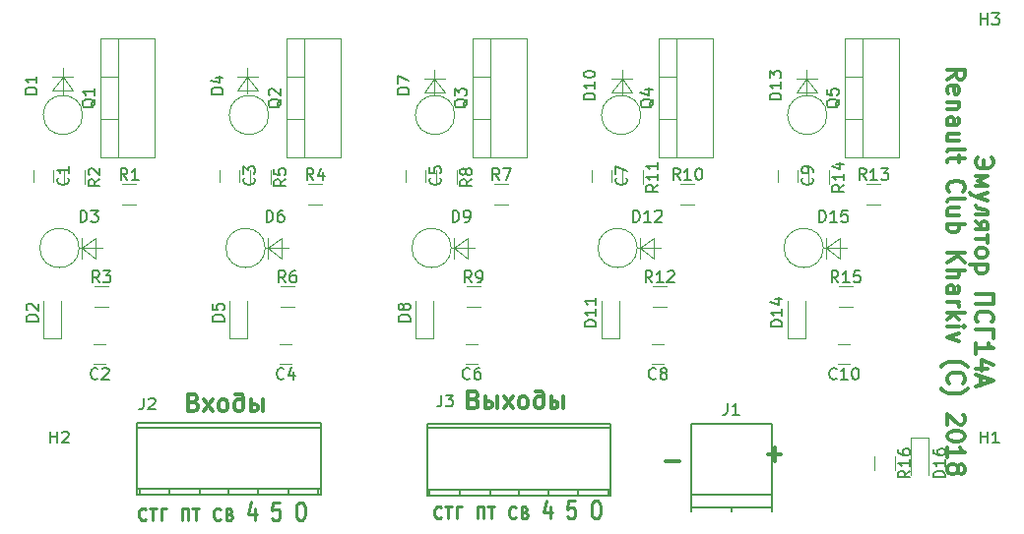
<source format=gto>
G04 #@! TF.GenerationSoftware,KiCad,Pcbnew,7.0.11-7.0.11~ubuntu22.04.1*
G04 #@! TF.CreationDate,2024-09-19T02:02:40+03:00*
G04 #@! TF.ProjectId,psg14a_power,70736731-3461-45f7-906f-7765722e6b69,rev?*
G04 #@! TF.SameCoordinates,Original*
G04 #@! TF.FileFunction,Legend,Top*
G04 #@! TF.FilePolarity,Positive*
%FSLAX46Y46*%
G04 Gerber Fmt 4.6, Leading zero omitted, Abs format (unit mm)*
G04 Created by KiCad (PCBNEW 7.0.11-7.0.11~ubuntu22.04.1) date 2024-09-19 02:02:40*
%MOMM*%
%LPD*%
G01*
G04 APERTURE LIST*
%ADD10C,0.250000*%
%ADD11C,0.300000*%
%ADD12C,0.150000*%
%ADD13C,0.120000*%
G04 APERTURE END LIST*
D10*
X62834072Y-83667500D02*
X62719786Y-83738928D01*
X62719786Y-83738928D02*
X62491214Y-83738928D01*
X62491214Y-83738928D02*
X62376929Y-83667500D01*
X62376929Y-83667500D02*
X62319786Y-83596071D01*
X62319786Y-83596071D02*
X62262643Y-83453214D01*
X62262643Y-83453214D02*
X62262643Y-83024642D01*
X62262643Y-83024642D02*
X62319786Y-82881785D01*
X62319786Y-82881785D02*
X62376929Y-82810357D01*
X62376929Y-82810357D02*
X62491214Y-82738928D01*
X62491214Y-82738928D02*
X62719786Y-82738928D01*
X62719786Y-82738928D02*
X62834072Y-82810357D01*
X63176928Y-82738928D02*
X63748357Y-82738928D01*
X63462643Y-82738928D02*
X63462643Y-83738928D01*
X64148357Y-83738928D02*
X64148357Y-82738928D01*
X64148357Y-82738928D02*
X64605500Y-82738928D01*
X65919786Y-83738928D02*
X65919786Y-82738928D01*
X65919786Y-82738928D02*
X66434072Y-82738928D01*
X66434072Y-82738928D02*
X66434072Y-83738928D01*
X66834071Y-82738928D02*
X67405500Y-82738928D01*
X67119786Y-82738928D02*
X67119786Y-83738928D01*
X69234072Y-83667500D02*
X69119786Y-83738928D01*
X69119786Y-83738928D02*
X68891214Y-83738928D01*
X68891214Y-83738928D02*
X68776929Y-83667500D01*
X68776929Y-83667500D02*
X68719786Y-83596071D01*
X68719786Y-83596071D02*
X68662643Y-83453214D01*
X68662643Y-83453214D02*
X68662643Y-83024642D01*
X68662643Y-83024642D02*
X68719786Y-82881785D01*
X68719786Y-82881785D02*
X68776929Y-82810357D01*
X68776929Y-82810357D02*
X68891214Y-82738928D01*
X68891214Y-82738928D02*
X69119786Y-82738928D01*
X69119786Y-82738928D02*
X69234072Y-82810357D01*
X70034071Y-83238928D02*
X70205500Y-83310357D01*
X70205500Y-83310357D02*
X70262643Y-83453214D01*
X70262643Y-83453214D02*
X70262643Y-83524642D01*
X70262643Y-83524642D02*
X70205500Y-83667500D01*
X70205500Y-83667500D02*
X70091214Y-83738928D01*
X70091214Y-83738928D02*
X69748357Y-83738928D01*
X69748357Y-83738928D02*
X69748357Y-82738928D01*
X69748357Y-82738928D02*
X70034071Y-82738928D01*
X70034071Y-82738928D02*
X70148357Y-82810357D01*
X70148357Y-82810357D02*
X70205500Y-82953214D01*
X70205500Y-82953214D02*
X70205500Y-83024642D01*
X70205500Y-83024642D02*
X70148357Y-83167500D01*
X70148357Y-83167500D02*
X70034071Y-83238928D01*
X70034071Y-83238928D02*
X69748357Y-83238928D01*
X72205500Y-82738928D02*
X72205500Y-83738928D01*
X71919785Y-82167500D02*
X71634071Y-83238928D01*
X71634071Y-83238928D02*
X72376928Y-83238928D01*
X74319785Y-82238928D02*
X73748357Y-82238928D01*
X73748357Y-82238928D02*
X73691214Y-82953214D01*
X73691214Y-82953214D02*
X73748357Y-82881785D01*
X73748357Y-82881785D02*
X73862643Y-82810357D01*
X73862643Y-82810357D02*
X74148357Y-82810357D01*
X74148357Y-82810357D02*
X74262643Y-82881785D01*
X74262643Y-82881785D02*
X74319785Y-82953214D01*
X74319785Y-82953214D02*
X74376928Y-83096071D01*
X74376928Y-83096071D02*
X74376928Y-83453214D01*
X74376928Y-83453214D02*
X74319785Y-83596071D01*
X74319785Y-83596071D02*
X74262643Y-83667500D01*
X74262643Y-83667500D02*
X74148357Y-83738928D01*
X74148357Y-83738928D02*
X73862643Y-83738928D01*
X73862643Y-83738928D02*
X73748357Y-83667500D01*
X73748357Y-83667500D02*
X73691214Y-83596071D01*
X76034071Y-82238928D02*
X76262643Y-82238928D01*
X76262643Y-82238928D02*
X76376928Y-82310357D01*
X76376928Y-82310357D02*
X76491214Y-82453214D01*
X76491214Y-82453214D02*
X76548357Y-82738928D01*
X76548357Y-82738928D02*
X76548357Y-83238928D01*
X76548357Y-83238928D02*
X76491214Y-83524642D01*
X76491214Y-83524642D02*
X76376928Y-83667500D01*
X76376928Y-83667500D02*
X76262643Y-83738928D01*
X76262643Y-83738928D02*
X76034071Y-83738928D01*
X76034071Y-83738928D02*
X75919786Y-83667500D01*
X75919786Y-83667500D02*
X75805500Y-83524642D01*
X75805500Y-83524642D02*
X75748357Y-83238928D01*
X75748357Y-83238928D02*
X75748357Y-82738928D01*
X75748357Y-82738928D02*
X75805500Y-82453214D01*
X75805500Y-82453214D02*
X75919786Y-82310357D01*
X75919786Y-82310357D02*
X76034071Y-82238928D01*
D11*
X41545213Y-73743114D02*
X41759499Y-73814542D01*
X41759499Y-73814542D02*
X41830928Y-73885971D01*
X41830928Y-73885971D02*
X41902356Y-74028828D01*
X41902356Y-74028828D02*
X41902356Y-74243114D01*
X41902356Y-74243114D02*
X41830928Y-74385971D01*
X41830928Y-74385971D02*
X41759499Y-74457400D01*
X41759499Y-74457400D02*
X41616642Y-74528828D01*
X41616642Y-74528828D02*
X41045213Y-74528828D01*
X41045213Y-74528828D02*
X41045213Y-73028828D01*
X41045213Y-73028828D02*
X41545213Y-73028828D01*
X41545213Y-73028828D02*
X41688071Y-73100257D01*
X41688071Y-73100257D02*
X41759499Y-73171685D01*
X41759499Y-73171685D02*
X41830928Y-73314542D01*
X41830928Y-73314542D02*
X41830928Y-73457400D01*
X41830928Y-73457400D02*
X41759499Y-73600257D01*
X41759499Y-73600257D02*
X41688071Y-73671685D01*
X41688071Y-73671685D02*
X41545213Y-73743114D01*
X41545213Y-73743114D02*
X41045213Y-73743114D01*
X42402356Y-74528828D02*
X43188071Y-73528828D01*
X42402356Y-73528828D02*
X43188071Y-74528828D01*
X43973785Y-74528828D02*
X43830928Y-74457400D01*
X43830928Y-74457400D02*
X43759499Y-74385971D01*
X43759499Y-74385971D02*
X43688071Y-74243114D01*
X43688071Y-74243114D02*
X43688071Y-73814542D01*
X43688071Y-73814542D02*
X43759499Y-73671685D01*
X43759499Y-73671685D02*
X43830928Y-73600257D01*
X43830928Y-73600257D02*
X43973785Y-73528828D01*
X43973785Y-73528828D02*
X44188071Y-73528828D01*
X44188071Y-73528828D02*
X44330928Y-73600257D01*
X44330928Y-73600257D02*
X44402357Y-73671685D01*
X44402357Y-73671685D02*
X44473785Y-73814542D01*
X44473785Y-73814542D02*
X44473785Y-74243114D01*
X44473785Y-74243114D02*
X44402357Y-74385971D01*
X44402357Y-74385971D02*
X44330928Y-74457400D01*
X44330928Y-74457400D02*
X44188071Y-74528828D01*
X44188071Y-74528828D02*
X43973785Y-74528828D01*
X45830928Y-73671685D02*
X45759500Y-73600257D01*
X45759500Y-73600257D02*
X45616642Y-73528828D01*
X45616642Y-73528828D02*
X45330928Y-73528828D01*
X45330928Y-73528828D02*
X45188071Y-73600257D01*
X45188071Y-73600257D02*
X45116642Y-73671685D01*
X45116642Y-73671685D02*
X45045214Y-73814542D01*
X45045214Y-73814542D02*
X45045214Y-74243114D01*
X45045214Y-74243114D02*
X45116642Y-74385971D01*
X45116642Y-74385971D02*
X45188071Y-74457400D01*
X45188071Y-74457400D02*
X45330928Y-74528828D01*
X45330928Y-74528828D02*
X45545214Y-74528828D01*
X45545214Y-74528828D02*
X45688071Y-74457400D01*
X45688071Y-74457400D02*
X45759500Y-74385971D01*
X45759500Y-74385971D02*
X45830928Y-74243114D01*
X45830928Y-74243114D02*
X45830928Y-73314542D01*
X45830928Y-73314542D02*
X45759500Y-73171685D01*
X45759500Y-73171685D02*
X45688071Y-73100257D01*
X45688071Y-73100257D02*
X45545214Y-73028828D01*
X45545214Y-73028828D02*
X45259500Y-73028828D01*
X45259500Y-73028828D02*
X45116642Y-73100257D01*
X47473785Y-73528828D02*
X47473785Y-74528828D01*
X46473785Y-73528828D02*
X46473785Y-74528828D01*
X46473785Y-74528828D02*
X46830928Y-74528828D01*
X46830928Y-74528828D02*
X46973785Y-74457400D01*
X46973785Y-74457400D02*
X47045214Y-74314542D01*
X47045214Y-74314542D02*
X47045214Y-74100257D01*
X47045214Y-74100257D02*
X46973785Y-73957400D01*
X46973785Y-73957400D02*
X46830928Y-73885971D01*
X46830928Y-73885971D02*
X46473785Y-73885971D01*
X65643570Y-73489114D02*
X65857856Y-73560542D01*
X65857856Y-73560542D02*
X65929285Y-73631971D01*
X65929285Y-73631971D02*
X66000713Y-73774828D01*
X66000713Y-73774828D02*
X66000713Y-73989114D01*
X66000713Y-73989114D02*
X65929285Y-74131971D01*
X65929285Y-74131971D02*
X65857856Y-74203400D01*
X65857856Y-74203400D02*
X65714999Y-74274828D01*
X65714999Y-74274828D02*
X65143570Y-74274828D01*
X65143570Y-74274828D02*
X65143570Y-72774828D01*
X65143570Y-72774828D02*
X65643570Y-72774828D01*
X65643570Y-72774828D02*
X65786428Y-72846257D01*
X65786428Y-72846257D02*
X65857856Y-72917685D01*
X65857856Y-72917685D02*
X65929285Y-73060542D01*
X65929285Y-73060542D02*
X65929285Y-73203400D01*
X65929285Y-73203400D02*
X65857856Y-73346257D01*
X65857856Y-73346257D02*
X65786428Y-73417685D01*
X65786428Y-73417685D02*
X65643570Y-73489114D01*
X65643570Y-73489114D02*
X65143570Y-73489114D01*
X67643570Y-73274828D02*
X67643570Y-74274828D01*
X66643570Y-73274828D02*
X66643570Y-74274828D01*
X66643570Y-74274828D02*
X67000713Y-74274828D01*
X67000713Y-74274828D02*
X67143570Y-74203400D01*
X67143570Y-74203400D02*
X67214999Y-74060542D01*
X67214999Y-74060542D02*
X67214999Y-73846257D01*
X67214999Y-73846257D02*
X67143570Y-73703400D01*
X67143570Y-73703400D02*
X67000713Y-73631971D01*
X67000713Y-73631971D02*
X66643570Y-73631971D01*
X68214999Y-74274828D02*
X69000714Y-73274828D01*
X68214999Y-73274828D02*
X69000714Y-74274828D01*
X69786428Y-74274828D02*
X69643571Y-74203400D01*
X69643571Y-74203400D02*
X69572142Y-74131971D01*
X69572142Y-74131971D02*
X69500714Y-73989114D01*
X69500714Y-73989114D02*
X69500714Y-73560542D01*
X69500714Y-73560542D02*
X69572142Y-73417685D01*
X69572142Y-73417685D02*
X69643571Y-73346257D01*
X69643571Y-73346257D02*
X69786428Y-73274828D01*
X69786428Y-73274828D02*
X70000714Y-73274828D01*
X70000714Y-73274828D02*
X70143571Y-73346257D01*
X70143571Y-73346257D02*
X70215000Y-73417685D01*
X70215000Y-73417685D02*
X70286428Y-73560542D01*
X70286428Y-73560542D02*
X70286428Y-73989114D01*
X70286428Y-73989114D02*
X70215000Y-74131971D01*
X70215000Y-74131971D02*
X70143571Y-74203400D01*
X70143571Y-74203400D02*
X70000714Y-74274828D01*
X70000714Y-74274828D02*
X69786428Y-74274828D01*
X71643571Y-73417685D02*
X71572143Y-73346257D01*
X71572143Y-73346257D02*
X71429285Y-73274828D01*
X71429285Y-73274828D02*
X71143571Y-73274828D01*
X71143571Y-73274828D02*
X71000714Y-73346257D01*
X71000714Y-73346257D02*
X70929285Y-73417685D01*
X70929285Y-73417685D02*
X70857857Y-73560542D01*
X70857857Y-73560542D02*
X70857857Y-73989114D01*
X70857857Y-73989114D02*
X70929285Y-74131971D01*
X70929285Y-74131971D02*
X71000714Y-74203400D01*
X71000714Y-74203400D02*
X71143571Y-74274828D01*
X71143571Y-74274828D02*
X71357857Y-74274828D01*
X71357857Y-74274828D02*
X71500714Y-74203400D01*
X71500714Y-74203400D02*
X71572143Y-74131971D01*
X71572143Y-74131971D02*
X71643571Y-73989114D01*
X71643571Y-73989114D02*
X71643571Y-73060542D01*
X71643571Y-73060542D02*
X71572143Y-72917685D01*
X71572143Y-72917685D02*
X71500714Y-72846257D01*
X71500714Y-72846257D02*
X71357857Y-72774828D01*
X71357857Y-72774828D02*
X71072143Y-72774828D01*
X71072143Y-72774828D02*
X70929285Y-72846257D01*
X73286428Y-73274828D02*
X73286428Y-74274828D01*
X72286428Y-73274828D02*
X72286428Y-74274828D01*
X72286428Y-74274828D02*
X72643571Y-74274828D01*
X72643571Y-74274828D02*
X72786428Y-74203400D01*
X72786428Y-74203400D02*
X72857857Y-74060542D01*
X72857857Y-74060542D02*
X72857857Y-73846257D01*
X72857857Y-73846257D02*
X72786428Y-73703400D01*
X72786428Y-73703400D02*
X72643571Y-73631971D01*
X72643571Y-73631971D02*
X72286428Y-73631971D01*
X82169071Y-78783400D02*
X83311929Y-78783400D01*
X90932071Y-78211900D02*
X92074929Y-78211900D01*
X91503500Y-78783328D02*
X91503500Y-77640471D01*
X109510957Y-53626857D02*
X109510957Y-52912572D01*
X110153814Y-52698286D02*
X110225242Y-52769714D01*
X110225242Y-52769714D02*
X110296671Y-52984000D01*
X110296671Y-52984000D02*
X110296671Y-53126857D01*
X110296671Y-53126857D02*
X110225242Y-53341143D01*
X110225242Y-53341143D02*
X110082385Y-53484000D01*
X110082385Y-53484000D02*
X109939528Y-53555429D01*
X109939528Y-53555429D02*
X109653814Y-53626857D01*
X109653814Y-53626857D02*
X109439528Y-53626857D01*
X109439528Y-53626857D02*
X109153814Y-53555429D01*
X109153814Y-53555429D02*
X109010957Y-53484000D01*
X109010957Y-53484000D02*
X108868100Y-53341143D01*
X108868100Y-53341143D02*
X108796671Y-53126857D01*
X108796671Y-53126857D02*
X108796671Y-52984000D01*
X108796671Y-52984000D02*
X108868100Y-52769714D01*
X108868100Y-52769714D02*
X108939528Y-52698286D01*
X108796671Y-54269714D02*
X109796671Y-54269714D01*
X109796671Y-54269714D02*
X109010957Y-54698286D01*
X109010957Y-54698286D02*
X109796671Y-55126857D01*
X109796671Y-55126857D02*
X108796671Y-55126857D01*
X109796671Y-55698286D02*
X108796671Y-56055429D01*
X109796671Y-56412572D02*
X108796671Y-56055429D01*
X108796671Y-56055429D02*
X108439528Y-55912572D01*
X108439528Y-55912572D02*
X108368100Y-55841143D01*
X108368100Y-55841143D02*
X108296671Y-55698286D01*
X108796671Y-57555429D02*
X109796671Y-57555429D01*
X109796671Y-57555429D02*
X109796671Y-57341143D01*
X109796671Y-57341143D02*
X109725242Y-57198286D01*
X109725242Y-57198286D02*
X109582385Y-57126858D01*
X109582385Y-57126858D02*
X109010957Y-57055429D01*
X109010957Y-57055429D02*
X108868100Y-56984000D01*
X108868100Y-56984000D02*
X108796671Y-56841143D01*
X109225242Y-58555429D02*
X108796671Y-58198286D01*
X108796671Y-58841143D02*
X109796671Y-58841143D01*
X109796671Y-58841143D02*
X109796671Y-58412572D01*
X109796671Y-58412572D02*
X109725242Y-58269714D01*
X109725242Y-58269714D02*
X109582385Y-58198286D01*
X109582385Y-58198286D02*
X109439528Y-58198286D01*
X109439528Y-58198286D02*
X109296671Y-58269714D01*
X109296671Y-58269714D02*
X109225242Y-58412572D01*
X109225242Y-58412572D02*
X109225242Y-58841143D01*
X109796671Y-59341143D02*
X109796671Y-60055428D01*
X109796671Y-59698286D02*
X108796671Y-59698286D01*
X108796671Y-60769714D02*
X108868100Y-60626857D01*
X108868100Y-60626857D02*
X108939528Y-60555428D01*
X108939528Y-60555428D02*
X109082385Y-60484000D01*
X109082385Y-60484000D02*
X109510957Y-60484000D01*
X109510957Y-60484000D02*
X109653814Y-60555428D01*
X109653814Y-60555428D02*
X109725242Y-60626857D01*
X109725242Y-60626857D02*
X109796671Y-60769714D01*
X109796671Y-60769714D02*
X109796671Y-60984000D01*
X109796671Y-60984000D02*
X109725242Y-61126857D01*
X109725242Y-61126857D02*
X109653814Y-61198286D01*
X109653814Y-61198286D02*
X109510957Y-61269714D01*
X109510957Y-61269714D02*
X109082385Y-61269714D01*
X109082385Y-61269714D02*
X108939528Y-61198286D01*
X108939528Y-61198286D02*
X108868100Y-61126857D01*
X108868100Y-61126857D02*
X108796671Y-60984000D01*
X108796671Y-60984000D02*
X108796671Y-60769714D01*
X109796671Y-61912571D02*
X108296671Y-61912571D01*
X109725242Y-61912571D02*
X109796671Y-62055429D01*
X109796671Y-62055429D02*
X109796671Y-62341143D01*
X109796671Y-62341143D02*
X109725242Y-62484000D01*
X109725242Y-62484000D02*
X109653814Y-62555429D01*
X109653814Y-62555429D02*
X109510957Y-62626857D01*
X109510957Y-62626857D02*
X109082385Y-62626857D01*
X109082385Y-62626857D02*
X108939528Y-62555429D01*
X108939528Y-62555429D02*
X108868100Y-62484000D01*
X108868100Y-62484000D02*
X108796671Y-62341143D01*
X108796671Y-62341143D02*
X108796671Y-62055429D01*
X108796671Y-62055429D02*
X108868100Y-61912571D01*
X108796671Y-64412571D02*
X110296671Y-64412571D01*
X110296671Y-64412571D02*
X110296671Y-65269714D01*
X110296671Y-65269714D02*
X108796671Y-65269714D01*
X108939528Y-66841143D02*
X108868100Y-66769715D01*
X108868100Y-66769715D02*
X108796671Y-66555429D01*
X108796671Y-66555429D02*
X108796671Y-66412572D01*
X108796671Y-66412572D02*
X108868100Y-66198286D01*
X108868100Y-66198286D02*
X109010957Y-66055429D01*
X109010957Y-66055429D02*
X109153814Y-65984000D01*
X109153814Y-65984000D02*
X109439528Y-65912572D01*
X109439528Y-65912572D02*
X109653814Y-65912572D01*
X109653814Y-65912572D02*
X109939528Y-65984000D01*
X109939528Y-65984000D02*
X110082385Y-66055429D01*
X110082385Y-66055429D02*
X110225242Y-66198286D01*
X110225242Y-66198286D02*
X110296671Y-66412572D01*
X110296671Y-66412572D02*
X110296671Y-66555429D01*
X110296671Y-66555429D02*
X110225242Y-66769715D01*
X110225242Y-66769715D02*
X110153814Y-66841143D01*
X108796671Y-67484000D02*
X110296671Y-67484000D01*
X110296671Y-67484000D02*
X110296671Y-68269715D01*
X108796671Y-69555429D02*
X108796671Y-68698286D01*
X108796671Y-69126857D02*
X110296671Y-69126857D01*
X110296671Y-69126857D02*
X110082385Y-68984000D01*
X110082385Y-68984000D02*
X109939528Y-68841143D01*
X109939528Y-68841143D02*
X109868100Y-68698286D01*
X109796671Y-70841143D02*
X108796671Y-70841143D01*
X110368100Y-70484000D02*
X109296671Y-70126857D01*
X109296671Y-70126857D02*
X109296671Y-71055428D01*
X109225242Y-71555428D02*
X109225242Y-72269714D01*
X108796671Y-71412571D02*
X110296671Y-71912571D01*
X110296671Y-71912571D02*
X108796671Y-72412571D01*
X106381671Y-45948286D02*
X107095957Y-45448286D01*
X106381671Y-45091143D02*
X107881671Y-45091143D01*
X107881671Y-45091143D02*
X107881671Y-45662572D01*
X107881671Y-45662572D02*
X107810242Y-45805429D01*
X107810242Y-45805429D02*
X107738814Y-45876858D01*
X107738814Y-45876858D02*
X107595957Y-45948286D01*
X107595957Y-45948286D02*
X107381671Y-45948286D01*
X107381671Y-45948286D02*
X107238814Y-45876858D01*
X107238814Y-45876858D02*
X107167385Y-45805429D01*
X107167385Y-45805429D02*
X107095957Y-45662572D01*
X107095957Y-45662572D02*
X107095957Y-45091143D01*
X106453100Y-47162572D02*
X106381671Y-47019715D01*
X106381671Y-47019715D02*
X106381671Y-46734001D01*
X106381671Y-46734001D02*
X106453100Y-46591143D01*
X106453100Y-46591143D02*
X106595957Y-46519715D01*
X106595957Y-46519715D02*
X107167385Y-46519715D01*
X107167385Y-46519715D02*
X107310242Y-46591143D01*
X107310242Y-46591143D02*
X107381671Y-46734001D01*
X107381671Y-46734001D02*
X107381671Y-47019715D01*
X107381671Y-47019715D02*
X107310242Y-47162572D01*
X107310242Y-47162572D02*
X107167385Y-47234001D01*
X107167385Y-47234001D02*
X107024528Y-47234001D01*
X107024528Y-47234001D02*
X106881671Y-46519715D01*
X107381671Y-47876857D02*
X106381671Y-47876857D01*
X107238814Y-47876857D02*
X107310242Y-47948286D01*
X107310242Y-47948286D02*
X107381671Y-48091143D01*
X107381671Y-48091143D02*
X107381671Y-48305429D01*
X107381671Y-48305429D02*
X107310242Y-48448286D01*
X107310242Y-48448286D02*
X107167385Y-48519715D01*
X107167385Y-48519715D02*
X106381671Y-48519715D01*
X106381671Y-49876858D02*
X107167385Y-49876858D01*
X107167385Y-49876858D02*
X107310242Y-49805429D01*
X107310242Y-49805429D02*
X107381671Y-49662572D01*
X107381671Y-49662572D02*
X107381671Y-49376858D01*
X107381671Y-49376858D02*
X107310242Y-49234000D01*
X106453100Y-49876858D02*
X106381671Y-49734000D01*
X106381671Y-49734000D02*
X106381671Y-49376858D01*
X106381671Y-49376858D02*
X106453100Y-49234000D01*
X106453100Y-49234000D02*
X106595957Y-49162572D01*
X106595957Y-49162572D02*
X106738814Y-49162572D01*
X106738814Y-49162572D02*
X106881671Y-49234000D01*
X106881671Y-49234000D02*
X106953100Y-49376858D01*
X106953100Y-49376858D02*
X106953100Y-49734000D01*
X106953100Y-49734000D02*
X107024528Y-49876858D01*
X107381671Y-51234001D02*
X106381671Y-51234001D01*
X107381671Y-50591143D02*
X106595957Y-50591143D01*
X106595957Y-50591143D02*
X106453100Y-50662572D01*
X106453100Y-50662572D02*
X106381671Y-50805429D01*
X106381671Y-50805429D02*
X106381671Y-51019715D01*
X106381671Y-51019715D02*
X106453100Y-51162572D01*
X106453100Y-51162572D02*
X106524528Y-51234001D01*
X106381671Y-52162572D02*
X106453100Y-52019715D01*
X106453100Y-52019715D02*
X106595957Y-51948286D01*
X106595957Y-51948286D02*
X107881671Y-51948286D01*
X107381671Y-52519715D02*
X107381671Y-53091143D01*
X107881671Y-52734000D02*
X106595957Y-52734000D01*
X106595957Y-52734000D02*
X106453100Y-52805429D01*
X106453100Y-52805429D02*
X106381671Y-52948286D01*
X106381671Y-52948286D02*
X106381671Y-53091143D01*
X106524528Y-55591143D02*
X106453100Y-55519715D01*
X106453100Y-55519715D02*
X106381671Y-55305429D01*
X106381671Y-55305429D02*
X106381671Y-55162572D01*
X106381671Y-55162572D02*
X106453100Y-54948286D01*
X106453100Y-54948286D02*
X106595957Y-54805429D01*
X106595957Y-54805429D02*
X106738814Y-54734000D01*
X106738814Y-54734000D02*
X107024528Y-54662572D01*
X107024528Y-54662572D02*
X107238814Y-54662572D01*
X107238814Y-54662572D02*
X107524528Y-54734000D01*
X107524528Y-54734000D02*
X107667385Y-54805429D01*
X107667385Y-54805429D02*
X107810242Y-54948286D01*
X107810242Y-54948286D02*
X107881671Y-55162572D01*
X107881671Y-55162572D02*
X107881671Y-55305429D01*
X107881671Y-55305429D02*
X107810242Y-55519715D01*
X107810242Y-55519715D02*
X107738814Y-55591143D01*
X106381671Y-56448286D02*
X106453100Y-56305429D01*
X106453100Y-56305429D02*
X106595957Y-56234000D01*
X106595957Y-56234000D02*
X107881671Y-56234000D01*
X107381671Y-57662572D02*
X106381671Y-57662572D01*
X107381671Y-57019714D02*
X106595957Y-57019714D01*
X106595957Y-57019714D02*
X106453100Y-57091143D01*
X106453100Y-57091143D02*
X106381671Y-57234000D01*
X106381671Y-57234000D02*
X106381671Y-57448286D01*
X106381671Y-57448286D02*
X106453100Y-57591143D01*
X106453100Y-57591143D02*
X106524528Y-57662572D01*
X106381671Y-58376857D02*
X107881671Y-58376857D01*
X107310242Y-58376857D02*
X107381671Y-58519715D01*
X107381671Y-58519715D02*
X107381671Y-58805429D01*
X107381671Y-58805429D02*
X107310242Y-58948286D01*
X107310242Y-58948286D02*
X107238814Y-59019715D01*
X107238814Y-59019715D02*
X107095957Y-59091143D01*
X107095957Y-59091143D02*
X106667385Y-59091143D01*
X106667385Y-59091143D02*
X106524528Y-59019715D01*
X106524528Y-59019715D02*
X106453100Y-58948286D01*
X106453100Y-58948286D02*
X106381671Y-58805429D01*
X106381671Y-58805429D02*
X106381671Y-58519715D01*
X106381671Y-58519715D02*
X106453100Y-58376857D01*
X106381671Y-60876857D02*
X107881671Y-60876857D01*
X106381671Y-61734000D02*
X107238814Y-61091143D01*
X107881671Y-61734000D02*
X107024528Y-60876857D01*
X106381671Y-62376857D02*
X107881671Y-62376857D01*
X106381671Y-63019715D02*
X107167385Y-63019715D01*
X107167385Y-63019715D02*
X107310242Y-62948286D01*
X107310242Y-62948286D02*
X107381671Y-62805429D01*
X107381671Y-62805429D02*
X107381671Y-62591143D01*
X107381671Y-62591143D02*
X107310242Y-62448286D01*
X107310242Y-62448286D02*
X107238814Y-62376857D01*
X106381671Y-64376858D02*
X107167385Y-64376858D01*
X107167385Y-64376858D02*
X107310242Y-64305429D01*
X107310242Y-64305429D02*
X107381671Y-64162572D01*
X107381671Y-64162572D02*
X107381671Y-63876858D01*
X107381671Y-63876858D02*
X107310242Y-63734000D01*
X106453100Y-64376858D02*
X106381671Y-64234000D01*
X106381671Y-64234000D02*
X106381671Y-63876858D01*
X106381671Y-63876858D02*
X106453100Y-63734000D01*
X106453100Y-63734000D02*
X106595957Y-63662572D01*
X106595957Y-63662572D02*
X106738814Y-63662572D01*
X106738814Y-63662572D02*
X106881671Y-63734000D01*
X106881671Y-63734000D02*
X106953100Y-63876858D01*
X106953100Y-63876858D02*
X106953100Y-64234000D01*
X106953100Y-64234000D02*
X107024528Y-64376858D01*
X106381671Y-65091143D02*
X107381671Y-65091143D01*
X107095957Y-65091143D02*
X107238814Y-65162572D01*
X107238814Y-65162572D02*
X107310242Y-65234001D01*
X107310242Y-65234001D02*
X107381671Y-65376858D01*
X107381671Y-65376858D02*
X107381671Y-65519715D01*
X106381671Y-66019714D02*
X107881671Y-66019714D01*
X106953100Y-66162572D02*
X106381671Y-66591143D01*
X107381671Y-66591143D02*
X106810242Y-66019714D01*
X106381671Y-67234000D02*
X107381671Y-67234000D01*
X107881671Y-67234000D02*
X107810242Y-67162572D01*
X107810242Y-67162572D02*
X107738814Y-67234000D01*
X107738814Y-67234000D02*
X107810242Y-67305429D01*
X107810242Y-67305429D02*
X107881671Y-67234000D01*
X107881671Y-67234000D02*
X107738814Y-67234000D01*
X107381671Y-67805429D02*
X106381671Y-68162572D01*
X106381671Y-68162572D02*
X107381671Y-68519715D01*
X105810242Y-70662572D02*
X105881671Y-70591143D01*
X105881671Y-70591143D02*
X106095957Y-70448286D01*
X106095957Y-70448286D02*
X106238814Y-70376858D01*
X106238814Y-70376858D02*
X106453100Y-70305429D01*
X106453100Y-70305429D02*
X106810242Y-70234000D01*
X106810242Y-70234000D02*
X107095957Y-70234000D01*
X107095957Y-70234000D02*
X107453100Y-70305429D01*
X107453100Y-70305429D02*
X107667385Y-70376858D01*
X107667385Y-70376858D02*
X107810242Y-70448286D01*
X107810242Y-70448286D02*
X108024528Y-70591143D01*
X108024528Y-70591143D02*
X108095957Y-70662572D01*
X106524528Y-72091143D02*
X106453100Y-72019715D01*
X106453100Y-72019715D02*
X106381671Y-71805429D01*
X106381671Y-71805429D02*
X106381671Y-71662572D01*
X106381671Y-71662572D02*
X106453100Y-71448286D01*
X106453100Y-71448286D02*
X106595957Y-71305429D01*
X106595957Y-71305429D02*
X106738814Y-71234000D01*
X106738814Y-71234000D02*
X107024528Y-71162572D01*
X107024528Y-71162572D02*
X107238814Y-71162572D01*
X107238814Y-71162572D02*
X107524528Y-71234000D01*
X107524528Y-71234000D02*
X107667385Y-71305429D01*
X107667385Y-71305429D02*
X107810242Y-71448286D01*
X107810242Y-71448286D02*
X107881671Y-71662572D01*
X107881671Y-71662572D02*
X107881671Y-71805429D01*
X107881671Y-71805429D02*
X107810242Y-72019715D01*
X107810242Y-72019715D02*
X107738814Y-72091143D01*
X105810242Y-72591143D02*
X105881671Y-72662572D01*
X105881671Y-72662572D02*
X106095957Y-72805429D01*
X106095957Y-72805429D02*
X106238814Y-72876858D01*
X106238814Y-72876858D02*
X106453100Y-72948286D01*
X106453100Y-72948286D02*
X106810242Y-73019715D01*
X106810242Y-73019715D02*
X107095957Y-73019715D01*
X107095957Y-73019715D02*
X107453100Y-72948286D01*
X107453100Y-72948286D02*
X107667385Y-72876858D01*
X107667385Y-72876858D02*
X107810242Y-72805429D01*
X107810242Y-72805429D02*
X108024528Y-72662572D01*
X108024528Y-72662572D02*
X108095957Y-72591143D01*
X107738814Y-74805429D02*
X107810242Y-74876857D01*
X107810242Y-74876857D02*
X107881671Y-75019715D01*
X107881671Y-75019715D02*
X107881671Y-75376857D01*
X107881671Y-75376857D02*
X107810242Y-75519715D01*
X107810242Y-75519715D02*
X107738814Y-75591143D01*
X107738814Y-75591143D02*
X107595957Y-75662572D01*
X107595957Y-75662572D02*
X107453100Y-75662572D01*
X107453100Y-75662572D02*
X107238814Y-75591143D01*
X107238814Y-75591143D02*
X106381671Y-74734000D01*
X106381671Y-74734000D02*
X106381671Y-75662572D01*
X107881671Y-76591143D02*
X107881671Y-76734000D01*
X107881671Y-76734000D02*
X107810242Y-76876857D01*
X107810242Y-76876857D02*
X107738814Y-76948286D01*
X107738814Y-76948286D02*
X107595957Y-77019714D01*
X107595957Y-77019714D02*
X107310242Y-77091143D01*
X107310242Y-77091143D02*
X106953100Y-77091143D01*
X106953100Y-77091143D02*
X106667385Y-77019714D01*
X106667385Y-77019714D02*
X106524528Y-76948286D01*
X106524528Y-76948286D02*
X106453100Y-76876857D01*
X106453100Y-76876857D02*
X106381671Y-76734000D01*
X106381671Y-76734000D02*
X106381671Y-76591143D01*
X106381671Y-76591143D02*
X106453100Y-76448286D01*
X106453100Y-76448286D02*
X106524528Y-76376857D01*
X106524528Y-76376857D02*
X106667385Y-76305428D01*
X106667385Y-76305428D02*
X106953100Y-76234000D01*
X106953100Y-76234000D02*
X107310242Y-76234000D01*
X107310242Y-76234000D02*
X107595957Y-76305428D01*
X107595957Y-76305428D02*
X107738814Y-76376857D01*
X107738814Y-76376857D02*
X107810242Y-76448286D01*
X107810242Y-76448286D02*
X107881671Y-76591143D01*
X106381671Y-78519714D02*
X106381671Y-77662571D01*
X106381671Y-78091142D02*
X107881671Y-78091142D01*
X107881671Y-78091142D02*
X107667385Y-77948285D01*
X107667385Y-77948285D02*
X107524528Y-77805428D01*
X107524528Y-77805428D02*
X107453100Y-77662571D01*
X107238814Y-79376856D02*
X107310242Y-79233999D01*
X107310242Y-79233999D02*
X107381671Y-79162570D01*
X107381671Y-79162570D02*
X107524528Y-79091142D01*
X107524528Y-79091142D02*
X107595957Y-79091142D01*
X107595957Y-79091142D02*
X107738814Y-79162570D01*
X107738814Y-79162570D02*
X107810242Y-79233999D01*
X107810242Y-79233999D02*
X107881671Y-79376856D01*
X107881671Y-79376856D02*
X107881671Y-79662570D01*
X107881671Y-79662570D02*
X107810242Y-79805428D01*
X107810242Y-79805428D02*
X107738814Y-79876856D01*
X107738814Y-79876856D02*
X107595957Y-79948285D01*
X107595957Y-79948285D02*
X107524528Y-79948285D01*
X107524528Y-79948285D02*
X107381671Y-79876856D01*
X107381671Y-79876856D02*
X107310242Y-79805428D01*
X107310242Y-79805428D02*
X107238814Y-79662570D01*
X107238814Y-79662570D02*
X107238814Y-79376856D01*
X107238814Y-79376856D02*
X107167385Y-79233999D01*
X107167385Y-79233999D02*
X107095957Y-79162570D01*
X107095957Y-79162570D02*
X106953100Y-79091142D01*
X106953100Y-79091142D02*
X106667385Y-79091142D01*
X106667385Y-79091142D02*
X106524528Y-79162570D01*
X106524528Y-79162570D02*
X106453100Y-79233999D01*
X106453100Y-79233999D02*
X106381671Y-79376856D01*
X106381671Y-79376856D02*
X106381671Y-79662570D01*
X106381671Y-79662570D02*
X106453100Y-79805428D01*
X106453100Y-79805428D02*
X106524528Y-79876856D01*
X106524528Y-79876856D02*
X106667385Y-79948285D01*
X106667385Y-79948285D02*
X106953100Y-79948285D01*
X106953100Y-79948285D02*
X107095957Y-79876856D01*
X107095957Y-79876856D02*
X107167385Y-79805428D01*
X107167385Y-79805428D02*
X107238814Y-79662570D01*
D10*
X37434072Y-83794500D02*
X37319786Y-83865928D01*
X37319786Y-83865928D02*
X37091214Y-83865928D01*
X37091214Y-83865928D02*
X36976929Y-83794500D01*
X36976929Y-83794500D02*
X36919786Y-83723071D01*
X36919786Y-83723071D02*
X36862643Y-83580214D01*
X36862643Y-83580214D02*
X36862643Y-83151642D01*
X36862643Y-83151642D02*
X36919786Y-83008785D01*
X36919786Y-83008785D02*
X36976929Y-82937357D01*
X36976929Y-82937357D02*
X37091214Y-82865928D01*
X37091214Y-82865928D02*
X37319786Y-82865928D01*
X37319786Y-82865928D02*
X37434072Y-82937357D01*
X37776928Y-82865928D02*
X38348357Y-82865928D01*
X38062643Y-82865928D02*
X38062643Y-83865928D01*
X38748357Y-83865928D02*
X38748357Y-82865928D01*
X38748357Y-82865928D02*
X39205500Y-82865928D01*
X40519786Y-83865928D02*
X40519786Y-82865928D01*
X40519786Y-82865928D02*
X41034072Y-82865928D01*
X41034072Y-82865928D02*
X41034072Y-83865928D01*
X41434071Y-82865928D02*
X42005500Y-82865928D01*
X41719786Y-82865928D02*
X41719786Y-83865928D01*
X43834072Y-83794500D02*
X43719786Y-83865928D01*
X43719786Y-83865928D02*
X43491214Y-83865928D01*
X43491214Y-83865928D02*
X43376929Y-83794500D01*
X43376929Y-83794500D02*
X43319786Y-83723071D01*
X43319786Y-83723071D02*
X43262643Y-83580214D01*
X43262643Y-83580214D02*
X43262643Y-83151642D01*
X43262643Y-83151642D02*
X43319786Y-83008785D01*
X43319786Y-83008785D02*
X43376929Y-82937357D01*
X43376929Y-82937357D02*
X43491214Y-82865928D01*
X43491214Y-82865928D02*
X43719786Y-82865928D01*
X43719786Y-82865928D02*
X43834072Y-82937357D01*
X44634071Y-83365928D02*
X44805500Y-83437357D01*
X44805500Y-83437357D02*
X44862643Y-83580214D01*
X44862643Y-83580214D02*
X44862643Y-83651642D01*
X44862643Y-83651642D02*
X44805500Y-83794500D01*
X44805500Y-83794500D02*
X44691214Y-83865928D01*
X44691214Y-83865928D02*
X44348357Y-83865928D01*
X44348357Y-83865928D02*
X44348357Y-82865928D01*
X44348357Y-82865928D02*
X44634071Y-82865928D01*
X44634071Y-82865928D02*
X44748357Y-82937357D01*
X44748357Y-82937357D02*
X44805500Y-83080214D01*
X44805500Y-83080214D02*
X44805500Y-83151642D01*
X44805500Y-83151642D02*
X44748357Y-83294500D01*
X44748357Y-83294500D02*
X44634071Y-83365928D01*
X44634071Y-83365928D02*
X44348357Y-83365928D01*
X46805500Y-82865928D02*
X46805500Y-83865928D01*
X46519785Y-82294500D02*
X46234071Y-83365928D01*
X46234071Y-83365928D02*
X46976928Y-83365928D01*
X48919785Y-82365928D02*
X48348357Y-82365928D01*
X48348357Y-82365928D02*
X48291214Y-83080214D01*
X48291214Y-83080214D02*
X48348357Y-83008785D01*
X48348357Y-83008785D02*
X48462643Y-82937357D01*
X48462643Y-82937357D02*
X48748357Y-82937357D01*
X48748357Y-82937357D02*
X48862643Y-83008785D01*
X48862643Y-83008785D02*
X48919785Y-83080214D01*
X48919785Y-83080214D02*
X48976928Y-83223071D01*
X48976928Y-83223071D02*
X48976928Y-83580214D01*
X48976928Y-83580214D02*
X48919785Y-83723071D01*
X48919785Y-83723071D02*
X48862643Y-83794500D01*
X48862643Y-83794500D02*
X48748357Y-83865928D01*
X48748357Y-83865928D02*
X48462643Y-83865928D01*
X48462643Y-83865928D02*
X48348357Y-83794500D01*
X48348357Y-83794500D02*
X48291214Y-83723071D01*
X50634071Y-82365928D02*
X50862643Y-82365928D01*
X50862643Y-82365928D02*
X50976928Y-82437357D01*
X50976928Y-82437357D02*
X51091214Y-82580214D01*
X51091214Y-82580214D02*
X51148357Y-82865928D01*
X51148357Y-82865928D02*
X51148357Y-83365928D01*
X51148357Y-83365928D02*
X51091214Y-83651642D01*
X51091214Y-83651642D02*
X50976928Y-83794500D01*
X50976928Y-83794500D02*
X50862643Y-83865928D01*
X50862643Y-83865928D02*
X50634071Y-83865928D01*
X50634071Y-83865928D02*
X50519786Y-83794500D01*
X50519786Y-83794500D02*
X50405500Y-83651642D01*
X50405500Y-83651642D02*
X50348357Y-83365928D01*
X50348357Y-83365928D02*
X50348357Y-82865928D01*
X50348357Y-82865928D02*
X50405500Y-82580214D01*
X50405500Y-82580214D02*
X50519786Y-82437357D01*
X50519786Y-82437357D02*
X50634071Y-82365928D01*
D12*
X92071464Y-47686125D02*
X91071464Y-47686125D01*
X91071464Y-47686125D02*
X91071464Y-47448030D01*
X91071464Y-47448030D02*
X91119083Y-47305173D01*
X91119083Y-47305173D02*
X91214321Y-47209935D01*
X91214321Y-47209935D02*
X91309559Y-47162316D01*
X91309559Y-47162316D02*
X91500035Y-47114697D01*
X91500035Y-47114697D02*
X91642892Y-47114697D01*
X91642892Y-47114697D02*
X91833368Y-47162316D01*
X91833368Y-47162316D02*
X91928606Y-47209935D01*
X91928606Y-47209935D02*
X92023845Y-47305173D01*
X92023845Y-47305173D02*
X92071464Y-47448030D01*
X92071464Y-47448030D02*
X92071464Y-47686125D01*
X92071464Y-46162316D02*
X92071464Y-46733744D01*
X92071464Y-46448030D02*
X91071464Y-46448030D01*
X91071464Y-46448030D02*
X91214321Y-46543268D01*
X91214321Y-46543268D02*
X91309559Y-46638506D01*
X91309559Y-46638506D02*
X91357178Y-46733744D01*
X91071464Y-45828982D02*
X91071464Y-45209935D01*
X91071464Y-45209935D02*
X91452416Y-45543268D01*
X91452416Y-45543268D02*
X91452416Y-45400411D01*
X91452416Y-45400411D02*
X91500035Y-45305173D01*
X91500035Y-45305173D02*
X91547654Y-45257554D01*
X91547654Y-45257554D02*
X91642892Y-45209935D01*
X91642892Y-45209935D02*
X91880987Y-45209935D01*
X91880987Y-45209935D02*
X91976225Y-45257554D01*
X91976225Y-45257554D02*
X92023845Y-45305173D01*
X92023845Y-45305173D02*
X92071464Y-45400411D01*
X92071464Y-45400411D02*
X92071464Y-45686125D01*
X92071464Y-45686125D02*
X92023845Y-45781363D01*
X92023845Y-45781363D02*
X91976225Y-45828982D01*
X76071464Y-47686125D02*
X75071464Y-47686125D01*
X75071464Y-47686125D02*
X75071464Y-47448030D01*
X75071464Y-47448030D02*
X75119083Y-47305173D01*
X75119083Y-47305173D02*
X75214321Y-47209935D01*
X75214321Y-47209935D02*
X75309559Y-47162316D01*
X75309559Y-47162316D02*
X75500035Y-47114697D01*
X75500035Y-47114697D02*
X75642892Y-47114697D01*
X75642892Y-47114697D02*
X75833368Y-47162316D01*
X75833368Y-47162316D02*
X75928606Y-47209935D01*
X75928606Y-47209935D02*
X76023845Y-47305173D01*
X76023845Y-47305173D02*
X76071464Y-47448030D01*
X76071464Y-47448030D02*
X76071464Y-47686125D01*
X76071464Y-46162316D02*
X76071464Y-46733744D01*
X76071464Y-46448030D02*
X75071464Y-46448030D01*
X75071464Y-46448030D02*
X75214321Y-46543268D01*
X75214321Y-46543268D02*
X75309559Y-46638506D01*
X75309559Y-46638506D02*
X75357178Y-46733744D01*
X75071464Y-45543268D02*
X75071464Y-45448030D01*
X75071464Y-45448030D02*
X75119083Y-45352792D01*
X75119083Y-45352792D02*
X75166702Y-45305173D01*
X75166702Y-45305173D02*
X75261940Y-45257554D01*
X75261940Y-45257554D02*
X75452416Y-45209935D01*
X75452416Y-45209935D02*
X75690511Y-45209935D01*
X75690511Y-45209935D02*
X75880987Y-45257554D01*
X75880987Y-45257554D02*
X75976225Y-45305173D01*
X75976225Y-45305173D02*
X76023845Y-45352792D01*
X76023845Y-45352792D02*
X76071464Y-45448030D01*
X76071464Y-45448030D02*
X76071464Y-45543268D01*
X76071464Y-45543268D02*
X76023845Y-45638506D01*
X76023845Y-45638506D02*
X75976225Y-45686125D01*
X75976225Y-45686125D02*
X75880987Y-45733744D01*
X75880987Y-45733744D02*
X75690511Y-45781363D01*
X75690511Y-45781363D02*
X75452416Y-45781363D01*
X75452416Y-45781363D02*
X75261940Y-45733744D01*
X75261940Y-45733744D02*
X75166702Y-45686125D01*
X75166702Y-45686125D02*
X75119083Y-45638506D01*
X75119083Y-45638506D02*
X75071464Y-45543268D01*
X60071464Y-47209934D02*
X59071464Y-47209934D01*
X59071464Y-47209934D02*
X59071464Y-46971839D01*
X59071464Y-46971839D02*
X59119083Y-46828982D01*
X59119083Y-46828982D02*
X59214321Y-46733744D01*
X59214321Y-46733744D02*
X59309559Y-46686125D01*
X59309559Y-46686125D02*
X59500035Y-46638506D01*
X59500035Y-46638506D02*
X59642892Y-46638506D01*
X59642892Y-46638506D02*
X59833368Y-46686125D01*
X59833368Y-46686125D02*
X59928606Y-46733744D01*
X59928606Y-46733744D02*
X60023845Y-46828982D01*
X60023845Y-46828982D02*
X60071464Y-46971839D01*
X60071464Y-46971839D02*
X60071464Y-47209934D01*
X59071464Y-46305172D02*
X59071464Y-45638506D01*
X59071464Y-45638506D02*
X60071464Y-46067077D01*
X44071464Y-47209934D02*
X43071464Y-47209934D01*
X43071464Y-47209934D02*
X43071464Y-46971839D01*
X43071464Y-46971839D02*
X43119083Y-46828982D01*
X43119083Y-46828982D02*
X43214321Y-46733744D01*
X43214321Y-46733744D02*
X43309559Y-46686125D01*
X43309559Y-46686125D02*
X43500035Y-46638506D01*
X43500035Y-46638506D02*
X43642892Y-46638506D01*
X43642892Y-46638506D02*
X43833368Y-46686125D01*
X43833368Y-46686125D02*
X43928606Y-46733744D01*
X43928606Y-46733744D02*
X44023845Y-46828982D01*
X44023845Y-46828982D02*
X44071464Y-46971839D01*
X44071464Y-46971839D02*
X44071464Y-47209934D01*
X43404797Y-45781363D02*
X44071464Y-45781363D01*
X43023845Y-46019458D02*
X43738130Y-46257553D01*
X43738130Y-46257553D02*
X43738130Y-45638506D01*
X28071464Y-47209934D02*
X27071464Y-47209934D01*
X27071464Y-47209934D02*
X27071464Y-46971839D01*
X27071464Y-46971839D02*
X27119083Y-46828982D01*
X27119083Y-46828982D02*
X27214321Y-46733744D01*
X27214321Y-46733744D02*
X27309559Y-46686125D01*
X27309559Y-46686125D02*
X27500035Y-46638506D01*
X27500035Y-46638506D02*
X27642892Y-46638506D01*
X27642892Y-46638506D02*
X27833368Y-46686125D01*
X27833368Y-46686125D02*
X27928606Y-46733744D01*
X27928606Y-46733744D02*
X28023845Y-46828982D01*
X28023845Y-46828982D02*
X28071464Y-46971839D01*
X28071464Y-46971839D02*
X28071464Y-47209934D01*
X28071464Y-45686125D02*
X28071464Y-46257553D01*
X28071464Y-45971839D02*
X27071464Y-45971839D01*
X27071464Y-45971839D02*
X27214321Y-46067077D01*
X27214321Y-46067077D02*
X27309559Y-46162315D01*
X27309559Y-46162315D02*
X27357178Y-46257553D01*
X37258666Y-73368819D02*
X37258666Y-74083104D01*
X37258666Y-74083104D02*
X37211047Y-74225961D01*
X37211047Y-74225961D02*
X37115809Y-74321200D01*
X37115809Y-74321200D02*
X36972952Y-74368819D01*
X36972952Y-74368819D02*
X36877714Y-74368819D01*
X37687238Y-73464057D02*
X37734857Y-73416438D01*
X37734857Y-73416438D02*
X37830095Y-73368819D01*
X37830095Y-73368819D02*
X38068190Y-73368819D01*
X38068190Y-73368819D02*
X38163428Y-73416438D01*
X38163428Y-73416438D02*
X38211047Y-73464057D01*
X38211047Y-73464057D02*
X38258666Y-73559295D01*
X38258666Y-73559295D02*
X38258666Y-73654533D01*
X38258666Y-73654533D02*
X38211047Y-73797390D01*
X38211047Y-73797390D02*
X37639619Y-74368819D01*
X37639619Y-74368819D02*
X38258666Y-74368819D01*
X62849166Y-73114819D02*
X62849166Y-73829104D01*
X62849166Y-73829104D02*
X62801547Y-73971961D01*
X62801547Y-73971961D02*
X62706309Y-74067200D01*
X62706309Y-74067200D02*
X62563452Y-74114819D01*
X62563452Y-74114819D02*
X62468214Y-74114819D01*
X63230119Y-73114819D02*
X63849166Y-73114819D01*
X63849166Y-73114819D02*
X63515833Y-73495771D01*
X63515833Y-73495771D02*
X63658690Y-73495771D01*
X63658690Y-73495771D02*
X63753928Y-73543390D01*
X63753928Y-73543390D02*
X63801547Y-73591009D01*
X63801547Y-73591009D02*
X63849166Y-73686247D01*
X63849166Y-73686247D02*
X63849166Y-73924342D01*
X63849166Y-73924342D02*
X63801547Y-74019580D01*
X63801547Y-74019580D02*
X63753928Y-74067200D01*
X63753928Y-74067200D02*
X63658690Y-74114819D01*
X63658690Y-74114819D02*
X63372976Y-74114819D01*
X63372976Y-74114819D02*
X63277738Y-74067200D01*
X63277738Y-74067200D02*
X63230119Y-74019580D01*
X33089497Y-47633878D02*
X33041878Y-47729116D01*
X33041878Y-47729116D02*
X32946640Y-47824354D01*
X32946640Y-47824354D02*
X32803782Y-47967211D01*
X32803782Y-47967211D02*
X32756163Y-48062449D01*
X32756163Y-48062449D02*
X32756163Y-48157687D01*
X32994259Y-48110068D02*
X32946640Y-48205306D01*
X32946640Y-48205306D02*
X32851401Y-48300544D01*
X32851401Y-48300544D02*
X32660925Y-48348163D01*
X32660925Y-48348163D02*
X32327592Y-48348163D01*
X32327592Y-48348163D02*
X32137116Y-48300544D01*
X32137116Y-48300544D02*
X32041878Y-48205306D01*
X32041878Y-48205306D02*
X31994259Y-48110068D01*
X31994259Y-48110068D02*
X31994259Y-47919592D01*
X31994259Y-47919592D02*
X32041878Y-47824354D01*
X32041878Y-47824354D02*
X32137116Y-47729116D01*
X32137116Y-47729116D02*
X32327592Y-47681497D01*
X32327592Y-47681497D02*
X32660925Y-47681497D01*
X32660925Y-47681497D02*
X32851401Y-47729116D01*
X32851401Y-47729116D02*
X32946640Y-47824354D01*
X32946640Y-47824354D02*
X32994259Y-47919592D01*
X32994259Y-47919592D02*
X32994259Y-48110068D01*
X32994259Y-46729116D02*
X32994259Y-47300544D01*
X32994259Y-47014830D02*
X31994259Y-47014830D01*
X31994259Y-47014830D02*
X32137116Y-47110068D01*
X32137116Y-47110068D02*
X32232354Y-47205306D01*
X32232354Y-47205306D02*
X32279973Y-47300544D01*
X49089497Y-47633878D02*
X49041878Y-47729116D01*
X49041878Y-47729116D02*
X48946640Y-47824354D01*
X48946640Y-47824354D02*
X48803782Y-47967211D01*
X48803782Y-47967211D02*
X48756163Y-48062449D01*
X48756163Y-48062449D02*
X48756163Y-48157687D01*
X48994259Y-48110068D02*
X48946640Y-48205306D01*
X48946640Y-48205306D02*
X48851401Y-48300544D01*
X48851401Y-48300544D02*
X48660925Y-48348163D01*
X48660925Y-48348163D02*
X48327592Y-48348163D01*
X48327592Y-48348163D02*
X48137116Y-48300544D01*
X48137116Y-48300544D02*
X48041878Y-48205306D01*
X48041878Y-48205306D02*
X47994259Y-48110068D01*
X47994259Y-48110068D02*
X47994259Y-47919592D01*
X47994259Y-47919592D02*
X48041878Y-47824354D01*
X48041878Y-47824354D02*
X48137116Y-47729116D01*
X48137116Y-47729116D02*
X48327592Y-47681497D01*
X48327592Y-47681497D02*
X48660925Y-47681497D01*
X48660925Y-47681497D02*
X48851401Y-47729116D01*
X48851401Y-47729116D02*
X48946640Y-47824354D01*
X48946640Y-47824354D02*
X48994259Y-47919592D01*
X48994259Y-47919592D02*
X48994259Y-48110068D01*
X48089497Y-47300544D02*
X48041878Y-47252925D01*
X48041878Y-47252925D02*
X47994259Y-47157687D01*
X47994259Y-47157687D02*
X47994259Y-46919592D01*
X47994259Y-46919592D02*
X48041878Y-46824354D01*
X48041878Y-46824354D02*
X48089497Y-46776735D01*
X48089497Y-46776735D02*
X48184735Y-46729116D01*
X48184735Y-46729116D02*
X48279973Y-46729116D01*
X48279973Y-46729116D02*
X48422830Y-46776735D01*
X48422830Y-46776735D02*
X48994259Y-47348163D01*
X48994259Y-47348163D02*
X48994259Y-46729116D01*
X65089497Y-47633878D02*
X65041878Y-47729116D01*
X65041878Y-47729116D02*
X64946640Y-47824354D01*
X64946640Y-47824354D02*
X64803782Y-47967211D01*
X64803782Y-47967211D02*
X64756163Y-48062449D01*
X64756163Y-48062449D02*
X64756163Y-48157687D01*
X64994259Y-48110068D02*
X64946640Y-48205306D01*
X64946640Y-48205306D02*
X64851401Y-48300544D01*
X64851401Y-48300544D02*
X64660925Y-48348163D01*
X64660925Y-48348163D02*
X64327592Y-48348163D01*
X64327592Y-48348163D02*
X64137116Y-48300544D01*
X64137116Y-48300544D02*
X64041878Y-48205306D01*
X64041878Y-48205306D02*
X63994259Y-48110068D01*
X63994259Y-48110068D02*
X63994259Y-47919592D01*
X63994259Y-47919592D02*
X64041878Y-47824354D01*
X64041878Y-47824354D02*
X64137116Y-47729116D01*
X64137116Y-47729116D02*
X64327592Y-47681497D01*
X64327592Y-47681497D02*
X64660925Y-47681497D01*
X64660925Y-47681497D02*
X64851401Y-47729116D01*
X64851401Y-47729116D02*
X64946640Y-47824354D01*
X64946640Y-47824354D02*
X64994259Y-47919592D01*
X64994259Y-47919592D02*
X64994259Y-48110068D01*
X63994259Y-47348163D02*
X63994259Y-46729116D01*
X63994259Y-46729116D02*
X64375211Y-47062449D01*
X64375211Y-47062449D02*
X64375211Y-46919592D01*
X64375211Y-46919592D02*
X64422830Y-46824354D01*
X64422830Y-46824354D02*
X64470449Y-46776735D01*
X64470449Y-46776735D02*
X64565687Y-46729116D01*
X64565687Y-46729116D02*
X64803782Y-46729116D01*
X64803782Y-46729116D02*
X64899020Y-46776735D01*
X64899020Y-46776735D02*
X64946640Y-46824354D01*
X64946640Y-46824354D02*
X64994259Y-46919592D01*
X64994259Y-46919592D02*
X64994259Y-47205306D01*
X64994259Y-47205306D02*
X64946640Y-47300544D01*
X64946640Y-47300544D02*
X64899020Y-47348163D01*
X81089497Y-47633878D02*
X81041878Y-47729116D01*
X81041878Y-47729116D02*
X80946640Y-47824354D01*
X80946640Y-47824354D02*
X80803782Y-47967211D01*
X80803782Y-47967211D02*
X80756163Y-48062449D01*
X80756163Y-48062449D02*
X80756163Y-48157687D01*
X80994259Y-48110068D02*
X80946640Y-48205306D01*
X80946640Y-48205306D02*
X80851401Y-48300544D01*
X80851401Y-48300544D02*
X80660925Y-48348163D01*
X80660925Y-48348163D02*
X80327592Y-48348163D01*
X80327592Y-48348163D02*
X80137116Y-48300544D01*
X80137116Y-48300544D02*
X80041878Y-48205306D01*
X80041878Y-48205306D02*
X79994259Y-48110068D01*
X79994259Y-48110068D02*
X79994259Y-47919592D01*
X79994259Y-47919592D02*
X80041878Y-47824354D01*
X80041878Y-47824354D02*
X80137116Y-47729116D01*
X80137116Y-47729116D02*
X80327592Y-47681497D01*
X80327592Y-47681497D02*
X80660925Y-47681497D01*
X80660925Y-47681497D02*
X80851401Y-47729116D01*
X80851401Y-47729116D02*
X80946640Y-47824354D01*
X80946640Y-47824354D02*
X80994259Y-47919592D01*
X80994259Y-47919592D02*
X80994259Y-48110068D01*
X80327592Y-46824354D02*
X80994259Y-46824354D01*
X79946640Y-47062449D02*
X80660925Y-47300544D01*
X80660925Y-47300544D02*
X80660925Y-46681497D01*
X97089497Y-47633878D02*
X97041878Y-47729116D01*
X97041878Y-47729116D02*
X96946640Y-47824354D01*
X96946640Y-47824354D02*
X96803782Y-47967211D01*
X96803782Y-47967211D02*
X96756163Y-48062449D01*
X96756163Y-48062449D02*
X96756163Y-48157687D01*
X96994259Y-48110068D02*
X96946640Y-48205306D01*
X96946640Y-48205306D02*
X96851401Y-48300544D01*
X96851401Y-48300544D02*
X96660925Y-48348163D01*
X96660925Y-48348163D02*
X96327592Y-48348163D01*
X96327592Y-48348163D02*
X96137116Y-48300544D01*
X96137116Y-48300544D02*
X96041878Y-48205306D01*
X96041878Y-48205306D02*
X95994259Y-48110068D01*
X95994259Y-48110068D02*
X95994259Y-47919592D01*
X95994259Y-47919592D02*
X96041878Y-47824354D01*
X96041878Y-47824354D02*
X96137116Y-47729116D01*
X96137116Y-47729116D02*
X96327592Y-47681497D01*
X96327592Y-47681497D02*
X96660925Y-47681497D01*
X96660925Y-47681497D02*
X96851401Y-47729116D01*
X96851401Y-47729116D02*
X96946640Y-47824354D01*
X96946640Y-47824354D02*
X96994259Y-47919592D01*
X96994259Y-47919592D02*
X96994259Y-48110068D01*
X95994259Y-46776735D02*
X95994259Y-47252925D01*
X95994259Y-47252925D02*
X96470449Y-47300544D01*
X96470449Y-47300544D02*
X96422830Y-47252925D01*
X96422830Y-47252925D02*
X96375211Y-47157687D01*
X96375211Y-47157687D02*
X96375211Y-46919592D01*
X96375211Y-46919592D02*
X96422830Y-46824354D01*
X96422830Y-46824354D02*
X96470449Y-46776735D01*
X96470449Y-46776735D02*
X96565687Y-46729116D01*
X96565687Y-46729116D02*
X96803782Y-46729116D01*
X96803782Y-46729116D02*
X96899020Y-46776735D01*
X96899020Y-46776735D02*
X96946640Y-46824354D01*
X96946640Y-46824354D02*
X96994259Y-46919592D01*
X96994259Y-46919592D02*
X96994259Y-47157687D01*
X96994259Y-47157687D02*
X96946640Y-47252925D01*
X96946640Y-47252925D02*
X96899020Y-47300544D01*
X49478099Y-54548066D02*
X49001908Y-54881399D01*
X49478099Y-55119494D02*
X48478099Y-55119494D01*
X48478099Y-55119494D02*
X48478099Y-54738542D01*
X48478099Y-54738542D02*
X48525718Y-54643304D01*
X48525718Y-54643304D02*
X48573337Y-54595685D01*
X48573337Y-54595685D02*
X48668575Y-54548066D01*
X48668575Y-54548066D02*
X48811432Y-54548066D01*
X48811432Y-54548066D02*
X48906670Y-54595685D01*
X48906670Y-54595685D02*
X48954289Y-54643304D01*
X48954289Y-54643304D02*
X49001908Y-54738542D01*
X49001908Y-54738542D02*
X49001908Y-55119494D01*
X48478099Y-53643304D02*
X48478099Y-54119494D01*
X48478099Y-54119494D02*
X48954289Y-54167113D01*
X48954289Y-54167113D02*
X48906670Y-54119494D01*
X48906670Y-54119494D02*
X48859051Y-54024256D01*
X48859051Y-54024256D02*
X48859051Y-53786161D01*
X48859051Y-53786161D02*
X48906670Y-53690923D01*
X48906670Y-53690923D02*
X48954289Y-53643304D01*
X48954289Y-53643304D02*
X49049527Y-53595685D01*
X49049527Y-53595685D02*
X49287622Y-53595685D01*
X49287622Y-53595685D02*
X49382860Y-53643304D01*
X49382860Y-53643304D02*
X49430480Y-53690923D01*
X49430480Y-53690923D02*
X49478099Y-53786161D01*
X49478099Y-53786161D02*
X49478099Y-54024256D01*
X49478099Y-54024256D02*
X49430480Y-54119494D01*
X49430480Y-54119494D02*
X49382860Y-54167113D01*
X97478099Y-55024257D02*
X97001908Y-55357590D01*
X97478099Y-55595685D02*
X96478099Y-55595685D01*
X96478099Y-55595685D02*
X96478099Y-55214733D01*
X96478099Y-55214733D02*
X96525718Y-55119495D01*
X96525718Y-55119495D02*
X96573337Y-55071876D01*
X96573337Y-55071876D02*
X96668575Y-55024257D01*
X96668575Y-55024257D02*
X96811432Y-55024257D01*
X96811432Y-55024257D02*
X96906670Y-55071876D01*
X96906670Y-55071876D02*
X96954289Y-55119495D01*
X96954289Y-55119495D02*
X97001908Y-55214733D01*
X97001908Y-55214733D02*
X97001908Y-55595685D01*
X97478099Y-54071876D02*
X97478099Y-54643304D01*
X97478099Y-54357590D02*
X96478099Y-54357590D01*
X96478099Y-54357590D02*
X96620956Y-54452828D01*
X96620956Y-54452828D02*
X96716194Y-54548066D01*
X96716194Y-54548066D02*
X96763813Y-54643304D01*
X96811432Y-53214733D02*
X97478099Y-53214733D01*
X96430480Y-53452828D02*
X97144765Y-53690923D01*
X97144765Y-53690923D02*
X97144765Y-53071876D01*
X99369262Y-54604339D02*
X99035929Y-54128148D01*
X98797834Y-54604339D02*
X98797834Y-53604339D01*
X98797834Y-53604339D02*
X99178786Y-53604339D01*
X99178786Y-53604339D02*
X99274024Y-53651958D01*
X99274024Y-53651958D02*
X99321643Y-53699577D01*
X99321643Y-53699577D02*
X99369262Y-53794815D01*
X99369262Y-53794815D02*
X99369262Y-53937672D01*
X99369262Y-53937672D02*
X99321643Y-54032910D01*
X99321643Y-54032910D02*
X99274024Y-54080529D01*
X99274024Y-54080529D02*
X99178786Y-54128148D01*
X99178786Y-54128148D02*
X98797834Y-54128148D01*
X100321643Y-54604339D02*
X99750215Y-54604339D01*
X100035929Y-54604339D02*
X100035929Y-53604339D01*
X100035929Y-53604339D02*
X99940691Y-53747196D01*
X99940691Y-53747196D02*
X99845453Y-53842434D01*
X99845453Y-53842434D02*
X99750215Y-53890053D01*
X100654977Y-53604339D02*
X101274024Y-53604339D01*
X101274024Y-53604339D02*
X100940691Y-53985291D01*
X100940691Y-53985291D02*
X101083548Y-53985291D01*
X101083548Y-53985291D02*
X101178786Y-54032910D01*
X101178786Y-54032910D02*
X101226405Y-54080529D01*
X101226405Y-54080529D02*
X101274024Y-54175767D01*
X101274024Y-54175767D02*
X101274024Y-54413862D01*
X101274024Y-54413862D02*
X101226405Y-54509100D01*
X101226405Y-54509100D02*
X101178786Y-54556720D01*
X101178786Y-54556720D02*
X101083548Y-54604339D01*
X101083548Y-54604339D02*
X100797834Y-54604339D01*
X100797834Y-54604339D02*
X100702596Y-54556720D01*
X100702596Y-54556720D02*
X100654977Y-54509100D01*
X80971502Y-63423219D02*
X80638169Y-62947028D01*
X80400074Y-63423219D02*
X80400074Y-62423219D01*
X80400074Y-62423219D02*
X80781026Y-62423219D01*
X80781026Y-62423219D02*
X80876264Y-62470838D01*
X80876264Y-62470838D02*
X80923883Y-62518457D01*
X80923883Y-62518457D02*
X80971502Y-62613695D01*
X80971502Y-62613695D02*
X80971502Y-62756552D01*
X80971502Y-62756552D02*
X80923883Y-62851790D01*
X80923883Y-62851790D02*
X80876264Y-62899409D01*
X80876264Y-62899409D02*
X80781026Y-62947028D01*
X80781026Y-62947028D02*
X80400074Y-62947028D01*
X81923883Y-63423219D02*
X81352455Y-63423219D01*
X81638169Y-63423219D02*
X81638169Y-62423219D01*
X81638169Y-62423219D02*
X81542931Y-62566076D01*
X81542931Y-62566076D02*
X81447693Y-62661314D01*
X81447693Y-62661314D02*
X81352455Y-62708933D01*
X82304836Y-62518457D02*
X82352455Y-62470838D01*
X82352455Y-62470838D02*
X82447693Y-62423219D01*
X82447693Y-62423219D02*
X82685788Y-62423219D01*
X82685788Y-62423219D02*
X82781026Y-62470838D01*
X82781026Y-62470838D02*
X82828645Y-62518457D01*
X82828645Y-62518457D02*
X82876264Y-62613695D01*
X82876264Y-62613695D02*
X82876264Y-62708933D01*
X82876264Y-62708933D02*
X82828645Y-62851790D01*
X82828645Y-62851790D02*
X82257217Y-63423219D01*
X82257217Y-63423219D02*
X82876264Y-63423219D01*
X81478099Y-55024257D02*
X81001908Y-55357590D01*
X81478099Y-55595685D02*
X80478099Y-55595685D01*
X80478099Y-55595685D02*
X80478099Y-55214733D01*
X80478099Y-55214733D02*
X80525718Y-55119495D01*
X80525718Y-55119495D02*
X80573337Y-55071876D01*
X80573337Y-55071876D02*
X80668575Y-55024257D01*
X80668575Y-55024257D02*
X80811432Y-55024257D01*
X80811432Y-55024257D02*
X80906670Y-55071876D01*
X80906670Y-55071876D02*
X80954289Y-55119495D01*
X80954289Y-55119495D02*
X81001908Y-55214733D01*
X81001908Y-55214733D02*
X81001908Y-55595685D01*
X81478099Y-54071876D02*
X81478099Y-54643304D01*
X81478099Y-54357590D02*
X80478099Y-54357590D01*
X80478099Y-54357590D02*
X80620956Y-54452828D01*
X80620956Y-54452828D02*
X80716194Y-54548066D01*
X80716194Y-54548066D02*
X80763813Y-54643304D01*
X81478099Y-53119495D02*
X81478099Y-53690923D01*
X81478099Y-53405209D02*
X80478099Y-53405209D01*
X80478099Y-53405209D02*
X80620956Y-53500447D01*
X80620956Y-53500447D02*
X80716194Y-53595685D01*
X80716194Y-53595685D02*
X80763813Y-53690923D01*
X83369262Y-54604339D02*
X83035929Y-54128148D01*
X82797834Y-54604339D02*
X82797834Y-53604339D01*
X82797834Y-53604339D02*
X83178786Y-53604339D01*
X83178786Y-53604339D02*
X83274024Y-53651958D01*
X83274024Y-53651958D02*
X83321643Y-53699577D01*
X83321643Y-53699577D02*
X83369262Y-53794815D01*
X83369262Y-53794815D02*
X83369262Y-53937672D01*
X83369262Y-53937672D02*
X83321643Y-54032910D01*
X83321643Y-54032910D02*
X83274024Y-54080529D01*
X83274024Y-54080529D02*
X83178786Y-54128148D01*
X83178786Y-54128148D02*
X82797834Y-54128148D01*
X84321643Y-54604339D02*
X83750215Y-54604339D01*
X84035929Y-54604339D02*
X84035929Y-53604339D01*
X84035929Y-53604339D02*
X83940691Y-53747196D01*
X83940691Y-53747196D02*
X83845453Y-53842434D01*
X83845453Y-53842434D02*
X83750215Y-53890053D01*
X84940691Y-53604339D02*
X85035929Y-53604339D01*
X85035929Y-53604339D02*
X85131167Y-53651958D01*
X85131167Y-53651958D02*
X85178786Y-53699577D01*
X85178786Y-53699577D02*
X85226405Y-53794815D01*
X85226405Y-53794815D02*
X85274024Y-53985291D01*
X85274024Y-53985291D02*
X85274024Y-54223386D01*
X85274024Y-54223386D02*
X85226405Y-54413862D01*
X85226405Y-54413862D02*
X85178786Y-54509100D01*
X85178786Y-54509100D02*
X85131167Y-54556720D01*
X85131167Y-54556720D02*
X85035929Y-54604339D01*
X85035929Y-54604339D02*
X84940691Y-54604339D01*
X84940691Y-54604339D02*
X84845453Y-54556720D01*
X84845453Y-54556720D02*
X84797834Y-54509100D01*
X84797834Y-54509100D02*
X84750215Y-54413862D01*
X84750215Y-54413862D02*
X84702596Y-54223386D01*
X84702596Y-54223386D02*
X84702596Y-53985291D01*
X84702596Y-53985291D02*
X84750215Y-53794815D01*
X84750215Y-53794815D02*
X84797834Y-53699577D01*
X84797834Y-53699577D02*
X84845453Y-53651958D01*
X84845453Y-53651958D02*
X84940691Y-53604339D01*
X65447693Y-63423219D02*
X65114360Y-62947028D01*
X64876265Y-63423219D02*
X64876265Y-62423219D01*
X64876265Y-62423219D02*
X65257217Y-62423219D01*
X65257217Y-62423219D02*
X65352455Y-62470838D01*
X65352455Y-62470838D02*
X65400074Y-62518457D01*
X65400074Y-62518457D02*
X65447693Y-62613695D01*
X65447693Y-62613695D02*
X65447693Y-62756552D01*
X65447693Y-62756552D02*
X65400074Y-62851790D01*
X65400074Y-62851790D02*
X65352455Y-62899409D01*
X65352455Y-62899409D02*
X65257217Y-62947028D01*
X65257217Y-62947028D02*
X64876265Y-62947028D01*
X65923884Y-63423219D02*
X66114360Y-63423219D01*
X66114360Y-63423219D02*
X66209598Y-63375600D01*
X66209598Y-63375600D02*
X66257217Y-63327980D01*
X66257217Y-63327980D02*
X66352455Y-63185123D01*
X66352455Y-63185123D02*
X66400074Y-62994647D01*
X66400074Y-62994647D02*
X66400074Y-62613695D01*
X66400074Y-62613695D02*
X66352455Y-62518457D01*
X66352455Y-62518457D02*
X66304836Y-62470838D01*
X66304836Y-62470838D02*
X66209598Y-62423219D01*
X66209598Y-62423219D02*
X66019122Y-62423219D01*
X66019122Y-62423219D02*
X65923884Y-62470838D01*
X65923884Y-62470838D02*
X65876265Y-62518457D01*
X65876265Y-62518457D02*
X65828646Y-62613695D01*
X65828646Y-62613695D02*
X65828646Y-62851790D01*
X65828646Y-62851790D02*
X65876265Y-62947028D01*
X65876265Y-62947028D02*
X65923884Y-62994647D01*
X65923884Y-62994647D02*
X66019122Y-63042266D01*
X66019122Y-63042266D02*
X66209598Y-63042266D01*
X66209598Y-63042266D02*
X66304836Y-62994647D01*
X66304836Y-62994647D02*
X66352455Y-62947028D01*
X66352455Y-62947028D02*
X66400074Y-62851790D01*
X65478099Y-54548066D02*
X65001908Y-54881399D01*
X65478099Y-55119494D02*
X64478099Y-55119494D01*
X64478099Y-55119494D02*
X64478099Y-54738542D01*
X64478099Y-54738542D02*
X64525718Y-54643304D01*
X64525718Y-54643304D02*
X64573337Y-54595685D01*
X64573337Y-54595685D02*
X64668575Y-54548066D01*
X64668575Y-54548066D02*
X64811432Y-54548066D01*
X64811432Y-54548066D02*
X64906670Y-54595685D01*
X64906670Y-54595685D02*
X64954289Y-54643304D01*
X64954289Y-54643304D02*
X65001908Y-54738542D01*
X65001908Y-54738542D02*
X65001908Y-55119494D01*
X64906670Y-53976637D02*
X64859051Y-54071875D01*
X64859051Y-54071875D02*
X64811432Y-54119494D01*
X64811432Y-54119494D02*
X64716194Y-54167113D01*
X64716194Y-54167113D02*
X64668575Y-54167113D01*
X64668575Y-54167113D02*
X64573337Y-54119494D01*
X64573337Y-54119494D02*
X64525718Y-54071875D01*
X64525718Y-54071875D02*
X64478099Y-53976637D01*
X64478099Y-53976637D02*
X64478099Y-53786161D01*
X64478099Y-53786161D02*
X64525718Y-53690923D01*
X64525718Y-53690923D02*
X64573337Y-53643304D01*
X64573337Y-53643304D02*
X64668575Y-53595685D01*
X64668575Y-53595685D02*
X64716194Y-53595685D01*
X64716194Y-53595685D02*
X64811432Y-53643304D01*
X64811432Y-53643304D02*
X64859051Y-53690923D01*
X64859051Y-53690923D02*
X64906670Y-53786161D01*
X64906670Y-53786161D02*
X64906670Y-53976637D01*
X64906670Y-53976637D02*
X64954289Y-54071875D01*
X64954289Y-54071875D02*
X65001908Y-54119494D01*
X65001908Y-54119494D02*
X65097146Y-54167113D01*
X65097146Y-54167113D02*
X65287622Y-54167113D01*
X65287622Y-54167113D02*
X65382860Y-54119494D01*
X65382860Y-54119494D02*
X65430480Y-54071875D01*
X65430480Y-54071875D02*
X65478099Y-53976637D01*
X65478099Y-53976637D02*
X65478099Y-53786161D01*
X65478099Y-53786161D02*
X65430480Y-53690923D01*
X65430480Y-53690923D02*
X65382860Y-53643304D01*
X65382860Y-53643304D02*
X65287622Y-53595685D01*
X65287622Y-53595685D02*
X65097146Y-53595685D01*
X65097146Y-53595685D02*
X65001908Y-53643304D01*
X65001908Y-53643304D02*
X64954289Y-53690923D01*
X64954289Y-53690923D02*
X64906670Y-53786161D01*
X67845453Y-54604339D02*
X67512120Y-54128148D01*
X67274025Y-54604339D02*
X67274025Y-53604339D01*
X67274025Y-53604339D02*
X67654977Y-53604339D01*
X67654977Y-53604339D02*
X67750215Y-53651958D01*
X67750215Y-53651958D02*
X67797834Y-53699577D01*
X67797834Y-53699577D02*
X67845453Y-53794815D01*
X67845453Y-53794815D02*
X67845453Y-53937672D01*
X67845453Y-53937672D02*
X67797834Y-54032910D01*
X67797834Y-54032910D02*
X67750215Y-54080529D01*
X67750215Y-54080529D02*
X67654977Y-54128148D01*
X67654977Y-54128148D02*
X67274025Y-54128148D01*
X68178787Y-53604339D02*
X68845453Y-53604339D01*
X68845453Y-53604339D02*
X68416882Y-54604339D01*
X49447693Y-63423219D02*
X49114360Y-62947028D01*
X48876265Y-63423219D02*
X48876265Y-62423219D01*
X48876265Y-62423219D02*
X49257217Y-62423219D01*
X49257217Y-62423219D02*
X49352455Y-62470838D01*
X49352455Y-62470838D02*
X49400074Y-62518457D01*
X49400074Y-62518457D02*
X49447693Y-62613695D01*
X49447693Y-62613695D02*
X49447693Y-62756552D01*
X49447693Y-62756552D02*
X49400074Y-62851790D01*
X49400074Y-62851790D02*
X49352455Y-62899409D01*
X49352455Y-62899409D02*
X49257217Y-62947028D01*
X49257217Y-62947028D02*
X48876265Y-62947028D01*
X50304836Y-62423219D02*
X50114360Y-62423219D01*
X50114360Y-62423219D02*
X50019122Y-62470838D01*
X50019122Y-62470838D02*
X49971503Y-62518457D01*
X49971503Y-62518457D02*
X49876265Y-62661314D01*
X49876265Y-62661314D02*
X49828646Y-62851790D01*
X49828646Y-62851790D02*
X49828646Y-63232742D01*
X49828646Y-63232742D02*
X49876265Y-63327980D01*
X49876265Y-63327980D02*
X49923884Y-63375600D01*
X49923884Y-63375600D02*
X50019122Y-63423219D01*
X50019122Y-63423219D02*
X50209598Y-63423219D01*
X50209598Y-63423219D02*
X50304836Y-63375600D01*
X50304836Y-63375600D02*
X50352455Y-63327980D01*
X50352455Y-63327980D02*
X50400074Y-63232742D01*
X50400074Y-63232742D02*
X50400074Y-62994647D01*
X50400074Y-62994647D02*
X50352455Y-62899409D01*
X50352455Y-62899409D02*
X50304836Y-62851790D01*
X50304836Y-62851790D02*
X50209598Y-62804171D01*
X50209598Y-62804171D02*
X50019122Y-62804171D01*
X50019122Y-62804171D02*
X49923884Y-62851790D01*
X49923884Y-62851790D02*
X49876265Y-62899409D01*
X49876265Y-62899409D02*
X49828646Y-62994647D01*
X51845453Y-54604339D02*
X51512120Y-54128148D01*
X51274025Y-54604339D02*
X51274025Y-53604339D01*
X51274025Y-53604339D02*
X51654977Y-53604339D01*
X51654977Y-53604339D02*
X51750215Y-53651958D01*
X51750215Y-53651958D02*
X51797834Y-53699577D01*
X51797834Y-53699577D02*
X51845453Y-53794815D01*
X51845453Y-53794815D02*
X51845453Y-53937672D01*
X51845453Y-53937672D02*
X51797834Y-54032910D01*
X51797834Y-54032910D02*
X51750215Y-54080529D01*
X51750215Y-54080529D02*
X51654977Y-54128148D01*
X51654977Y-54128148D02*
X51274025Y-54128148D01*
X52702596Y-53937672D02*
X52702596Y-54604339D01*
X52464501Y-53556720D02*
X52226406Y-54271005D01*
X52226406Y-54271005D02*
X52845453Y-54271005D01*
X33447693Y-63423219D02*
X33114360Y-62947028D01*
X32876265Y-63423219D02*
X32876265Y-62423219D01*
X32876265Y-62423219D02*
X33257217Y-62423219D01*
X33257217Y-62423219D02*
X33352455Y-62470838D01*
X33352455Y-62470838D02*
X33400074Y-62518457D01*
X33400074Y-62518457D02*
X33447693Y-62613695D01*
X33447693Y-62613695D02*
X33447693Y-62756552D01*
X33447693Y-62756552D02*
X33400074Y-62851790D01*
X33400074Y-62851790D02*
X33352455Y-62899409D01*
X33352455Y-62899409D02*
X33257217Y-62947028D01*
X33257217Y-62947028D02*
X32876265Y-62947028D01*
X33781027Y-62423219D02*
X34400074Y-62423219D01*
X34400074Y-62423219D02*
X34066741Y-62804171D01*
X34066741Y-62804171D02*
X34209598Y-62804171D01*
X34209598Y-62804171D02*
X34304836Y-62851790D01*
X34304836Y-62851790D02*
X34352455Y-62899409D01*
X34352455Y-62899409D02*
X34400074Y-62994647D01*
X34400074Y-62994647D02*
X34400074Y-63232742D01*
X34400074Y-63232742D02*
X34352455Y-63327980D01*
X34352455Y-63327980D02*
X34304836Y-63375600D01*
X34304836Y-63375600D02*
X34209598Y-63423219D01*
X34209598Y-63423219D02*
X33923884Y-63423219D01*
X33923884Y-63423219D02*
X33828646Y-63375600D01*
X33828646Y-63375600D02*
X33781027Y-63327980D01*
X33478099Y-54548066D02*
X33001908Y-54881399D01*
X33478099Y-55119494D02*
X32478099Y-55119494D01*
X32478099Y-55119494D02*
X32478099Y-54738542D01*
X32478099Y-54738542D02*
X32525718Y-54643304D01*
X32525718Y-54643304D02*
X32573337Y-54595685D01*
X32573337Y-54595685D02*
X32668575Y-54548066D01*
X32668575Y-54548066D02*
X32811432Y-54548066D01*
X32811432Y-54548066D02*
X32906670Y-54595685D01*
X32906670Y-54595685D02*
X32954289Y-54643304D01*
X32954289Y-54643304D02*
X33001908Y-54738542D01*
X33001908Y-54738542D02*
X33001908Y-55119494D01*
X32573337Y-54167113D02*
X32525718Y-54119494D01*
X32525718Y-54119494D02*
X32478099Y-54024256D01*
X32478099Y-54024256D02*
X32478099Y-53786161D01*
X32478099Y-53786161D02*
X32525718Y-53690923D01*
X32525718Y-53690923D02*
X32573337Y-53643304D01*
X32573337Y-53643304D02*
X32668575Y-53595685D01*
X32668575Y-53595685D02*
X32763813Y-53595685D01*
X32763813Y-53595685D02*
X32906670Y-53643304D01*
X32906670Y-53643304D02*
X33478099Y-54214732D01*
X33478099Y-54214732D02*
X33478099Y-53595685D01*
X35845453Y-54604339D02*
X35512120Y-54128148D01*
X35274025Y-54604339D02*
X35274025Y-53604339D01*
X35274025Y-53604339D02*
X35654977Y-53604339D01*
X35654977Y-53604339D02*
X35750215Y-53651958D01*
X35750215Y-53651958D02*
X35797834Y-53699577D01*
X35797834Y-53699577D02*
X35845453Y-53794815D01*
X35845453Y-53794815D02*
X35845453Y-53937672D01*
X35845453Y-53937672D02*
X35797834Y-54032910D01*
X35797834Y-54032910D02*
X35750215Y-54080529D01*
X35750215Y-54080529D02*
X35654977Y-54128148D01*
X35654977Y-54128148D02*
X35274025Y-54128148D01*
X36797834Y-54604339D02*
X36226406Y-54604339D01*
X36512120Y-54604339D02*
X36512120Y-53604339D01*
X36512120Y-53604339D02*
X36416882Y-53747196D01*
X36416882Y-53747196D02*
X36321644Y-53842434D01*
X36321644Y-53842434D02*
X36226406Y-53890053D01*
X96971502Y-63423219D02*
X96638169Y-62947028D01*
X96400074Y-63423219D02*
X96400074Y-62423219D01*
X96400074Y-62423219D02*
X96781026Y-62423219D01*
X96781026Y-62423219D02*
X96876264Y-62470838D01*
X96876264Y-62470838D02*
X96923883Y-62518457D01*
X96923883Y-62518457D02*
X96971502Y-62613695D01*
X96971502Y-62613695D02*
X96971502Y-62756552D01*
X96971502Y-62756552D02*
X96923883Y-62851790D01*
X96923883Y-62851790D02*
X96876264Y-62899409D01*
X96876264Y-62899409D02*
X96781026Y-62947028D01*
X96781026Y-62947028D02*
X96400074Y-62947028D01*
X97923883Y-63423219D02*
X97352455Y-63423219D01*
X97638169Y-63423219D02*
X97638169Y-62423219D01*
X97638169Y-62423219D02*
X97542931Y-62566076D01*
X97542931Y-62566076D02*
X97447693Y-62661314D01*
X97447693Y-62661314D02*
X97352455Y-62708933D01*
X98828645Y-62423219D02*
X98352455Y-62423219D01*
X98352455Y-62423219D02*
X98304836Y-62899409D01*
X98304836Y-62899409D02*
X98352455Y-62851790D01*
X98352455Y-62851790D02*
X98447693Y-62804171D01*
X98447693Y-62804171D02*
X98685788Y-62804171D01*
X98685788Y-62804171D02*
X98781026Y-62851790D01*
X98781026Y-62851790D02*
X98828645Y-62899409D01*
X98828645Y-62899409D02*
X98876264Y-62994647D01*
X98876264Y-62994647D02*
X98876264Y-63232742D01*
X98876264Y-63232742D02*
X98828645Y-63327980D01*
X98828645Y-63327980D02*
X98781026Y-63375600D01*
X98781026Y-63375600D02*
X98685788Y-63423219D01*
X98685788Y-63423219D02*
X98447693Y-63423219D01*
X98447693Y-63423219D02*
X98352455Y-63375600D01*
X98352455Y-63375600D02*
X98304836Y-63327980D01*
X28162939Y-66757774D02*
X27162939Y-66757774D01*
X27162939Y-66757774D02*
X27162939Y-66519679D01*
X27162939Y-66519679D02*
X27210558Y-66376822D01*
X27210558Y-66376822D02*
X27305796Y-66281584D01*
X27305796Y-66281584D02*
X27401034Y-66233965D01*
X27401034Y-66233965D02*
X27591510Y-66186346D01*
X27591510Y-66186346D02*
X27734367Y-66186346D01*
X27734367Y-66186346D02*
X27924843Y-66233965D01*
X27924843Y-66233965D02*
X28020081Y-66281584D01*
X28020081Y-66281584D02*
X28115320Y-66376822D01*
X28115320Y-66376822D02*
X28162939Y-66519679D01*
X28162939Y-66519679D02*
X28162939Y-66757774D01*
X27258177Y-65805393D02*
X27210558Y-65757774D01*
X27210558Y-65757774D02*
X27162939Y-65662536D01*
X27162939Y-65662536D02*
X27162939Y-65424441D01*
X27162939Y-65424441D02*
X27210558Y-65329203D01*
X27210558Y-65329203D02*
X27258177Y-65281584D01*
X27258177Y-65281584D02*
X27353415Y-65233965D01*
X27353415Y-65233965D02*
X27448653Y-65233965D01*
X27448653Y-65233965D02*
X27591510Y-65281584D01*
X27591510Y-65281584D02*
X28162939Y-65853012D01*
X28162939Y-65853012D02*
X28162939Y-65233965D01*
X92162939Y-67233965D02*
X91162939Y-67233965D01*
X91162939Y-67233965D02*
X91162939Y-66995870D01*
X91162939Y-66995870D02*
X91210558Y-66853013D01*
X91210558Y-66853013D02*
X91305796Y-66757775D01*
X91305796Y-66757775D02*
X91401034Y-66710156D01*
X91401034Y-66710156D02*
X91591510Y-66662537D01*
X91591510Y-66662537D02*
X91734367Y-66662537D01*
X91734367Y-66662537D02*
X91924843Y-66710156D01*
X91924843Y-66710156D02*
X92020081Y-66757775D01*
X92020081Y-66757775D02*
X92115320Y-66853013D01*
X92115320Y-66853013D02*
X92162939Y-66995870D01*
X92162939Y-66995870D02*
X92162939Y-67233965D01*
X92162939Y-65710156D02*
X92162939Y-66281584D01*
X92162939Y-65995870D02*
X91162939Y-65995870D01*
X91162939Y-65995870D02*
X91305796Y-66091108D01*
X91305796Y-66091108D02*
X91401034Y-66186346D01*
X91401034Y-66186346D02*
X91448653Y-66281584D01*
X91496272Y-64853013D02*
X92162939Y-64853013D01*
X91115320Y-65091108D02*
X91829605Y-65329203D01*
X91829605Y-65329203D02*
X91829605Y-64710156D01*
X76162939Y-67233965D02*
X75162939Y-67233965D01*
X75162939Y-67233965D02*
X75162939Y-66995870D01*
X75162939Y-66995870D02*
X75210558Y-66853013D01*
X75210558Y-66853013D02*
X75305796Y-66757775D01*
X75305796Y-66757775D02*
X75401034Y-66710156D01*
X75401034Y-66710156D02*
X75591510Y-66662537D01*
X75591510Y-66662537D02*
X75734367Y-66662537D01*
X75734367Y-66662537D02*
X75924843Y-66710156D01*
X75924843Y-66710156D02*
X76020081Y-66757775D01*
X76020081Y-66757775D02*
X76115320Y-66853013D01*
X76115320Y-66853013D02*
X76162939Y-66995870D01*
X76162939Y-66995870D02*
X76162939Y-67233965D01*
X76162939Y-65710156D02*
X76162939Y-66281584D01*
X76162939Y-65995870D02*
X75162939Y-65995870D01*
X75162939Y-65995870D02*
X75305796Y-66091108D01*
X75305796Y-66091108D02*
X75401034Y-66186346D01*
X75401034Y-66186346D02*
X75448653Y-66281584D01*
X76162939Y-64757775D02*
X76162939Y-65329203D01*
X76162939Y-65043489D02*
X75162939Y-65043489D01*
X75162939Y-65043489D02*
X75305796Y-65138727D01*
X75305796Y-65138727D02*
X75401034Y-65233965D01*
X75401034Y-65233965D02*
X75448653Y-65329203D01*
X44162939Y-66757774D02*
X43162939Y-66757774D01*
X43162939Y-66757774D02*
X43162939Y-66519679D01*
X43162939Y-66519679D02*
X43210558Y-66376822D01*
X43210558Y-66376822D02*
X43305796Y-66281584D01*
X43305796Y-66281584D02*
X43401034Y-66233965D01*
X43401034Y-66233965D02*
X43591510Y-66186346D01*
X43591510Y-66186346D02*
X43734367Y-66186346D01*
X43734367Y-66186346D02*
X43924843Y-66233965D01*
X43924843Y-66233965D02*
X44020081Y-66281584D01*
X44020081Y-66281584D02*
X44115320Y-66376822D01*
X44115320Y-66376822D02*
X44162939Y-66519679D01*
X44162939Y-66519679D02*
X44162939Y-66757774D01*
X43162939Y-65281584D02*
X43162939Y-65757774D01*
X43162939Y-65757774D02*
X43639129Y-65805393D01*
X43639129Y-65805393D02*
X43591510Y-65757774D01*
X43591510Y-65757774D02*
X43543891Y-65662536D01*
X43543891Y-65662536D02*
X43543891Y-65424441D01*
X43543891Y-65424441D02*
X43591510Y-65329203D01*
X43591510Y-65329203D02*
X43639129Y-65281584D01*
X43639129Y-65281584D02*
X43734367Y-65233965D01*
X43734367Y-65233965D02*
X43972462Y-65233965D01*
X43972462Y-65233965D02*
X44067700Y-65281584D01*
X44067700Y-65281584D02*
X44115320Y-65329203D01*
X44115320Y-65329203D02*
X44162939Y-65424441D01*
X44162939Y-65424441D02*
X44162939Y-65662536D01*
X44162939Y-65662536D02*
X44115320Y-65757774D01*
X44115320Y-65757774D02*
X44067700Y-65805393D01*
X60162939Y-66757774D02*
X59162939Y-66757774D01*
X59162939Y-66757774D02*
X59162939Y-66519679D01*
X59162939Y-66519679D02*
X59210558Y-66376822D01*
X59210558Y-66376822D02*
X59305796Y-66281584D01*
X59305796Y-66281584D02*
X59401034Y-66233965D01*
X59401034Y-66233965D02*
X59591510Y-66186346D01*
X59591510Y-66186346D02*
X59734367Y-66186346D01*
X59734367Y-66186346D02*
X59924843Y-66233965D01*
X59924843Y-66233965D02*
X60020081Y-66281584D01*
X60020081Y-66281584D02*
X60115320Y-66376822D01*
X60115320Y-66376822D02*
X60162939Y-66519679D01*
X60162939Y-66519679D02*
X60162939Y-66757774D01*
X59591510Y-65614917D02*
X59543891Y-65710155D01*
X59543891Y-65710155D02*
X59496272Y-65757774D01*
X59496272Y-65757774D02*
X59401034Y-65805393D01*
X59401034Y-65805393D02*
X59353415Y-65805393D01*
X59353415Y-65805393D02*
X59258177Y-65757774D01*
X59258177Y-65757774D02*
X59210558Y-65710155D01*
X59210558Y-65710155D02*
X59162939Y-65614917D01*
X59162939Y-65614917D02*
X59162939Y-65424441D01*
X59162939Y-65424441D02*
X59210558Y-65329203D01*
X59210558Y-65329203D02*
X59258177Y-65281584D01*
X59258177Y-65281584D02*
X59353415Y-65233965D01*
X59353415Y-65233965D02*
X59401034Y-65233965D01*
X59401034Y-65233965D02*
X59496272Y-65281584D01*
X59496272Y-65281584D02*
X59543891Y-65329203D01*
X59543891Y-65329203D02*
X59591510Y-65424441D01*
X59591510Y-65424441D02*
X59591510Y-65614917D01*
X59591510Y-65614917D02*
X59639129Y-65710155D01*
X59639129Y-65710155D02*
X59686748Y-65757774D01*
X59686748Y-65757774D02*
X59781986Y-65805393D01*
X59781986Y-65805393D02*
X59972462Y-65805393D01*
X59972462Y-65805393D02*
X60067700Y-65757774D01*
X60067700Y-65757774D02*
X60115320Y-65710155D01*
X60115320Y-65710155D02*
X60162939Y-65614917D01*
X60162939Y-65614917D02*
X60162939Y-65424441D01*
X60162939Y-65424441D02*
X60115320Y-65329203D01*
X60115320Y-65329203D02*
X60067700Y-65281584D01*
X60067700Y-65281584D02*
X59972462Y-65233965D01*
X59972462Y-65233965D02*
X59781986Y-65233965D01*
X59781986Y-65233965D02*
X59686748Y-65281584D01*
X59686748Y-65281584D02*
X59639129Y-65329203D01*
X59639129Y-65329203D02*
X59591510Y-65424441D01*
X79333274Y-58221264D02*
X79333274Y-57221264D01*
X79333274Y-57221264D02*
X79571369Y-57221264D01*
X79571369Y-57221264D02*
X79714226Y-57268883D01*
X79714226Y-57268883D02*
X79809464Y-57364121D01*
X79809464Y-57364121D02*
X79857083Y-57459359D01*
X79857083Y-57459359D02*
X79904702Y-57649835D01*
X79904702Y-57649835D02*
X79904702Y-57792692D01*
X79904702Y-57792692D02*
X79857083Y-57983168D01*
X79857083Y-57983168D02*
X79809464Y-58078406D01*
X79809464Y-58078406D02*
X79714226Y-58173645D01*
X79714226Y-58173645D02*
X79571369Y-58221264D01*
X79571369Y-58221264D02*
X79333274Y-58221264D01*
X80857083Y-58221264D02*
X80285655Y-58221264D01*
X80571369Y-58221264D02*
X80571369Y-57221264D01*
X80571369Y-57221264D02*
X80476131Y-57364121D01*
X80476131Y-57364121D02*
X80380893Y-57459359D01*
X80380893Y-57459359D02*
X80285655Y-57506978D01*
X81238036Y-57316502D02*
X81285655Y-57268883D01*
X81285655Y-57268883D02*
X81380893Y-57221264D01*
X81380893Y-57221264D02*
X81618988Y-57221264D01*
X81618988Y-57221264D02*
X81714226Y-57268883D01*
X81714226Y-57268883D02*
X81761845Y-57316502D01*
X81761845Y-57316502D02*
X81809464Y-57411740D01*
X81809464Y-57411740D02*
X81809464Y-57506978D01*
X81809464Y-57506978D02*
X81761845Y-57649835D01*
X81761845Y-57649835D02*
X81190417Y-58221264D01*
X81190417Y-58221264D02*
X81809464Y-58221264D01*
X63809465Y-58221264D02*
X63809465Y-57221264D01*
X63809465Y-57221264D02*
X64047560Y-57221264D01*
X64047560Y-57221264D02*
X64190417Y-57268883D01*
X64190417Y-57268883D02*
X64285655Y-57364121D01*
X64285655Y-57364121D02*
X64333274Y-57459359D01*
X64333274Y-57459359D02*
X64380893Y-57649835D01*
X64380893Y-57649835D02*
X64380893Y-57792692D01*
X64380893Y-57792692D02*
X64333274Y-57983168D01*
X64333274Y-57983168D02*
X64285655Y-58078406D01*
X64285655Y-58078406D02*
X64190417Y-58173645D01*
X64190417Y-58173645D02*
X64047560Y-58221264D01*
X64047560Y-58221264D02*
X63809465Y-58221264D01*
X64857084Y-58221264D02*
X65047560Y-58221264D01*
X65047560Y-58221264D02*
X65142798Y-58173645D01*
X65142798Y-58173645D02*
X65190417Y-58126025D01*
X65190417Y-58126025D02*
X65285655Y-57983168D01*
X65285655Y-57983168D02*
X65333274Y-57792692D01*
X65333274Y-57792692D02*
X65333274Y-57411740D01*
X65333274Y-57411740D02*
X65285655Y-57316502D01*
X65285655Y-57316502D02*
X65238036Y-57268883D01*
X65238036Y-57268883D02*
X65142798Y-57221264D01*
X65142798Y-57221264D02*
X64952322Y-57221264D01*
X64952322Y-57221264D02*
X64857084Y-57268883D01*
X64857084Y-57268883D02*
X64809465Y-57316502D01*
X64809465Y-57316502D02*
X64761846Y-57411740D01*
X64761846Y-57411740D02*
X64761846Y-57649835D01*
X64761846Y-57649835D02*
X64809465Y-57745073D01*
X64809465Y-57745073D02*
X64857084Y-57792692D01*
X64857084Y-57792692D02*
X64952322Y-57840311D01*
X64952322Y-57840311D02*
X65142798Y-57840311D01*
X65142798Y-57840311D02*
X65238036Y-57792692D01*
X65238036Y-57792692D02*
X65285655Y-57745073D01*
X65285655Y-57745073D02*
X65333274Y-57649835D01*
X47809465Y-58221264D02*
X47809465Y-57221264D01*
X47809465Y-57221264D02*
X48047560Y-57221264D01*
X48047560Y-57221264D02*
X48190417Y-57268883D01*
X48190417Y-57268883D02*
X48285655Y-57364121D01*
X48285655Y-57364121D02*
X48333274Y-57459359D01*
X48333274Y-57459359D02*
X48380893Y-57649835D01*
X48380893Y-57649835D02*
X48380893Y-57792692D01*
X48380893Y-57792692D02*
X48333274Y-57983168D01*
X48333274Y-57983168D02*
X48285655Y-58078406D01*
X48285655Y-58078406D02*
X48190417Y-58173645D01*
X48190417Y-58173645D02*
X48047560Y-58221264D01*
X48047560Y-58221264D02*
X47809465Y-58221264D01*
X49238036Y-57221264D02*
X49047560Y-57221264D01*
X49047560Y-57221264D02*
X48952322Y-57268883D01*
X48952322Y-57268883D02*
X48904703Y-57316502D01*
X48904703Y-57316502D02*
X48809465Y-57459359D01*
X48809465Y-57459359D02*
X48761846Y-57649835D01*
X48761846Y-57649835D02*
X48761846Y-58030787D01*
X48761846Y-58030787D02*
X48809465Y-58126025D01*
X48809465Y-58126025D02*
X48857084Y-58173645D01*
X48857084Y-58173645D02*
X48952322Y-58221264D01*
X48952322Y-58221264D02*
X49142798Y-58221264D01*
X49142798Y-58221264D02*
X49238036Y-58173645D01*
X49238036Y-58173645D02*
X49285655Y-58126025D01*
X49285655Y-58126025D02*
X49333274Y-58030787D01*
X49333274Y-58030787D02*
X49333274Y-57792692D01*
X49333274Y-57792692D02*
X49285655Y-57697454D01*
X49285655Y-57697454D02*
X49238036Y-57649835D01*
X49238036Y-57649835D02*
X49142798Y-57602216D01*
X49142798Y-57602216D02*
X48952322Y-57602216D01*
X48952322Y-57602216D02*
X48857084Y-57649835D01*
X48857084Y-57649835D02*
X48809465Y-57697454D01*
X48809465Y-57697454D02*
X48761846Y-57792692D01*
X31809465Y-58221264D02*
X31809465Y-57221264D01*
X31809465Y-57221264D02*
X32047560Y-57221264D01*
X32047560Y-57221264D02*
X32190417Y-57268883D01*
X32190417Y-57268883D02*
X32285655Y-57364121D01*
X32285655Y-57364121D02*
X32333274Y-57459359D01*
X32333274Y-57459359D02*
X32380893Y-57649835D01*
X32380893Y-57649835D02*
X32380893Y-57792692D01*
X32380893Y-57792692D02*
X32333274Y-57983168D01*
X32333274Y-57983168D02*
X32285655Y-58078406D01*
X32285655Y-58078406D02*
X32190417Y-58173645D01*
X32190417Y-58173645D02*
X32047560Y-58221264D01*
X32047560Y-58221264D02*
X31809465Y-58221264D01*
X32714227Y-57221264D02*
X33333274Y-57221264D01*
X33333274Y-57221264D02*
X32999941Y-57602216D01*
X32999941Y-57602216D02*
X33142798Y-57602216D01*
X33142798Y-57602216D02*
X33238036Y-57649835D01*
X33238036Y-57649835D02*
X33285655Y-57697454D01*
X33285655Y-57697454D02*
X33333274Y-57792692D01*
X33333274Y-57792692D02*
X33333274Y-58030787D01*
X33333274Y-58030787D02*
X33285655Y-58126025D01*
X33285655Y-58126025D02*
X33238036Y-58173645D01*
X33238036Y-58173645D02*
X33142798Y-58221264D01*
X33142798Y-58221264D02*
X32857084Y-58221264D01*
X32857084Y-58221264D02*
X32761846Y-58173645D01*
X32761846Y-58173645D02*
X32714227Y-58126025D01*
X95333274Y-58221264D02*
X95333274Y-57221264D01*
X95333274Y-57221264D02*
X95571369Y-57221264D01*
X95571369Y-57221264D02*
X95714226Y-57268883D01*
X95714226Y-57268883D02*
X95809464Y-57364121D01*
X95809464Y-57364121D02*
X95857083Y-57459359D01*
X95857083Y-57459359D02*
X95904702Y-57649835D01*
X95904702Y-57649835D02*
X95904702Y-57792692D01*
X95904702Y-57792692D02*
X95857083Y-57983168D01*
X95857083Y-57983168D02*
X95809464Y-58078406D01*
X95809464Y-58078406D02*
X95714226Y-58173645D01*
X95714226Y-58173645D02*
X95571369Y-58221264D01*
X95571369Y-58221264D02*
X95333274Y-58221264D01*
X96857083Y-58221264D02*
X96285655Y-58221264D01*
X96571369Y-58221264D02*
X96571369Y-57221264D01*
X96571369Y-57221264D02*
X96476131Y-57364121D01*
X96476131Y-57364121D02*
X96380893Y-57459359D01*
X96380893Y-57459359D02*
X96285655Y-57506978D01*
X97761845Y-57221264D02*
X97285655Y-57221264D01*
X97285655Y-57221264D02*
X97238036Y-57697454D01*
X97238036Y-57697454D02*
X97285655Y-57649835D01*
X97285655Y-57649835D02*
X97380893Y-57602216D01*
X97380893Y-57602216D02*
X97618988Y-57602216D01*
X97618988Y-57602216D02*
X97714226Y-57649835D01*
X97714226Y-57649835D02*
X97761845Y-57697454D01*
X97761845Y-57697454D02*
X97809464Y-57792692D01*
X97809464Y-57792692D02*
X97809464Y-58030787D01*
X97809464Y-58030787D02*
X97761845Y-58126025D01*
X97761845Y-58126025D02*
X97714226Y-58173645D01*
X97714226Y-58173645D02*
X97618988Y-58221264D01*
X97618988Y-58221264D02*
X97380893Y-58221264D01*
X97380893Y-58221264D02*
X97285655Y-58173645D01*
X97285655Y-58173645D02*
X97238036Y-58126025D01*
X30720140Y-54415986D02*
X30767760Y-54463605D01*
X30767760Y-54463605D02*
X30815379Y-54606462D01*
X30815379Y-54606462D02*
X30815379Y-54701700D01*
X30815379Y-54701700D02*
X30767760Y-54844557D01*
X30767760Y-54844557D02*
X30672521Y-54939795D01*
X30672521Y-54939795D02*
X30577283Y-54987414D01*
X30577283Y-54987414D02*
X30386807Y-55035033D01*
X30386807Y-55035033D02*
X30243950Y-55035033D01*
X30243950Y-55035033D02*
X30053474Y-54987414D01*
X30053474Y-54987414D02*
X29958236Y-54939795D01*
X29958236Y-54939795D02*
X29862998Y-54844557D01*
X29862998Y-54844557D02*
X29815379Y-54701700D01*
X29815379Y-54701700D02*
X29815379Y-54606462D01*
X29815379Y-54606462D02*
X29862998Y-54463605D01*
X29862998Y-54463605D02*
X29910617Y-54415986D01*
X30815379Y-53463605D02*
X30815379Y-54035033D01*
X30815379Y-53749319D02*
X29815379Y-53749319D01*
X29815379Y-53749319D02*
X29958236Y-53844557D01*
X29958236Y-53844557D02*
X30053474Y-53939795D01*
X30053474Y-53939795D02*
X30101093Y-54035033D01*
X96829262Y-71680180D02*
X96781643Y-71727800D01*
X96781643Y-71727800D02*
X96638786Y-71775419D01*
X96638786Y-71775419D02*
X96543548Y-71775419D01*
X96543548Y-71775419D02*
X96400691Y-71727800D01*
X96400691Y-71727800D02*
X96305453Y-71632561D01*
X96305453Y-71632561D02*
X96257834Y-71537323D01*
X96257834Y-71537323D02*
X96210215Y-71346847D01*
X96210215Y-71346847D02*
X96210215Y-71203990D01*
X96210215Y-71203990D02*
X96257834Y-71013514D01*
X96257834Y-71013514D02*
X96305453Y-70918276D01*
X96305453Y-70918276D02*
X96400691Y-70823038D01*
X96400691Y-70823038D02*
X96543548Y-70775419D01*
X96543548Y-70775419D02*
X96638786Y-70775419D01*
X96638786Y-70775419D02*
X96781643Y-70823038D01*
X96781643Y-70823038D02*
X96829262Y-70870657D01*
X97781643Y-71775419D02*
X97210215Y-71775419D01*
X97495929Y-71775419D02*
X97495929Y-70775419D01*
X97495929Y-70775419D02*
X97400691Y-70918276D01*
X97400691Y-70918276D02*
X97305453Y-71013514D01*
X97305453Y-71013514D02*
X97210215Y-71061133D01*
X98400691Y-70775419D02*
X98495929Y-70775419D01*
X98495929Y-70775419D02*
X98591167Y-70823038D01*
X98591167Y-70823038D02*
X98638786Y-70870657D01*
X98638786Y-70870657D02*
X98686405Y-70965895D01*
X98686405Y-70965895D02*
X98734024Y-71156371D01*
X98734024Y-71156371D02*
X98734024Y-71394466D01*
X98734024Y-71394466D02*
X98686405Y-71584942D01*
X98686405Y-71584942D02*
X98638786Y-71680180D01*
X98638786Y-71680180D02*
X98591167Y-71727800D01*
X98591167Y-71727800D02*
X98495929Y-71775419D01*
X98495929Y-71775419D02*
X98400691Y-71775419D01*
X98400691Y-71775419D02*
X98305453Y-71727800D01*
X98305453Y-71727800D02*
X98257834Y-71680180D01*
X98257834Y-71680180D02*
X98210215Y-71584942D01*
X98210215Y-71584942D02*
X98162596Y-71394466D01*
X98162596Y-71394466D02*
X98162596Y-71156371D01*
X98162596Y-71156371D02*
X98210215Y-70965895D01*
X98210215Y-70965895D02*
X98257834Y-70870657D01*
X98257834Y-70870657D02*
X98305453Y-70823038D01*
X98305453Y-70823038D02*
X98400691Y-70775419D01*
X94720140Y-54415986D02*
X94767760Y-54463605D01*
X94767760Y-54463605D02*
X94815379Y-54606462D01*
X94815379Y-54606462D02*
X94815379Y-54701700D01*
X94815379Y-54701700D02*
X94767760Y-54844557D01*
X94767760Y-54844557D02*
X94672521Y-54939795D01*
X94672521Y-54939795D02*
X94577283Y-54987414D01*
X94577283Y-54987414D02*
X94386807Y-55035033D01*
X94386807Y-55035033D02*
X94243950Y-55035033D01*
X94243950Y-55035033D02*
X94053474Y-54987414D01*
X94053474Y-54987414D02*
X93958236Y-54939795D01*
X93958236Y-54939795D02*
X93862998Y-54844557D01*
X93862998Y-54844557D02*
X93815379Y-54701700D01*
X93815379Y-54701700D02*
X93815379Y-54606462D01*
X93815379Y-54606462D02*
X93862998Y-54463605D01*
X93862998Y-54463605D02*
X93910617Y-54415986D01*
X94815379Y-53939795D02*
X94815379Y-53749319D01*
X94815379Y-53749319D02*
X94767760Y-53654081D01*
X94767760Y-53654081D02*
X94720140Y-53606462D01*
X94720140Y-53606462D02*
X94577283Y-53511224D01*
X94577283Y-53511224D02*
X94386807Y-53463605D01*
X94386807Y-53463605D02*
X94005855Y-53463605D01*
X94005855Y-53463605D02*
X93910617Y-53511224D01*
X93910617Y-53511224D02*
X93862998Y-53558843D01*
X93862998Y-53558843D02*
X93815379Y-53654081D01*
X93815379Y-53654081D02*
X93815379Y-53844557D01*
X93815379Y-53844557D02*
X93862998Y-53939795D01*
X93862998Y-53939795D02*
X93910617Y-53987414D01*
X93910617Y-53987414D02*
X94005855Y-54035033D01*
X94005855Y-54035033D02*
X94243950Y-54035033D01*
X94243950Y-54035033D02*
X94339188Y-53987414D01*
X94339188Y-53987414D02*
X94386807Y-53939795D01*
X94386807Y-53939795D02*
X94434426Y-53844557D01*
X94434426Y-53844557D02*
X94434426Y-53654081D01*
X94434426Y-53654081D02*
X94386807Y-53558843D01*
X94386807Y-53558843D02*
X94339188Y-53511224D01*
X94339188Y-53511224D02*
X94243950Y-53463605D01*
X81305453Y-71680180D02*
X81257834Y-71727800D01*
X81257834Y-71727800D02*
X81114977Y-71775419D01*
X81114977Y-71775419D02*
X81019739Y-71775419D01*
X81019739Y-71775419D02*
X80876882Y-71727800D01*
X80876882Y-71727800D02*
X80781644Y-71632561D01*
X80781644Y-71632561D02*
X80734025Y-71537323D01*
X80734025Y-71537323D02*
X80686406Y-71346847D01*
X80686406Y-71346847D02*
X80686406Y-71203990D01*
X80686406Y-71203990D02*
X80734025Y-71013514D01*
X80734025Y-71013514D02*
X80781644Y-70918276D01*
X80781644Y-70918276D02*
X80876882Y-70823038D01*
X80876882Y-70823038D02*
X81019739Y-70775419D01*
X81019739Y-70775419D02*
X81114977Y-70775419D01*
X81114977Y-70775419D02*
X81257834Y-70823038D01*
X81257834Y-70823038D02*
X81305453Y-70870657D01*
X81876882Y-71203990D02*
X81781644Y-71156371D01*
X81781644Y-71156371D02*
X81734025Y-71108752D01*
X81734025Y-71108752D02*
X81686406Y-71013514D01*
X81686406Y-71013514D02*
X81686406Y-70965895D01*
X81686406Y-70965895D02*
X81734025Y-70870657D01*
X81734025Y-70870657D02*
X81781644Y-70823038D01*
X81781644Y-70823038D02*
X81876882Y-70775419D01*
X81876882Y-70775419D02*
X82067358Y-70775419D01*
X82067358Y-70775419D02*
X82162596Y-70823038D01*
X82162596Y-70823038D02*
X82210215Y-70870657D01*
X82210215Y-70870657D02*
X82257834Y-70965895D01*
X82257834Y-70965895D02*
X82257834Y-71013514D01*
X82257834Y-71013514D02*
X82210215Y-71108752D01*
X82210215Y-71108752D02*
X82162596Y-71156371D01*
X82162596Y-71156371D02*
X82067358Y-71203990D01*
X82067358Y-71203990D02*
X81876882Y-71203990D01*
X81876882Y-71203990D02*
X81781644Y-71251609D01*
X81781644Y-71251609D02*
X81734025Y-71299228D01*
X81734025Y-71299228D02*
X81686406Y-71394466D01*
X81686406Y-71394466D02*
X81686406Y-71584942D01*
X81686406Y-71584942D02*
X81734025Y-71680180D01*
X81734025Y-71680180D02*
X81781644Y-71727800D01*
X81781644Y-71727800D02*
X81876882Y-71775419D01*
X81876882Y-71775419D02*
X82067358Y-71775419D01*
X82067358Y-71775419D02*
X82162596Y-71727800D01*
X82162596Y-71727800D02*
X82210215Y-71680180D01*
X82210215Y-71680180D02*
X82257834Y-71584942D01*
X82257834Y-71584942D02*
X82257834Y-71394466D01*
X82257834Y-71394466D02*
X82210215Y-71299228D01*
X82210215Y-71299228D02*
X82162596Y-71251609D01*
X82162596Y-71251609D02*
X82067358Y-71203990D01*
X78720140Y-54415986D02*
X78767760Y-54463605D01*
X78767760Y-54463605D02*
X78815379Y-54606462D01*
X78815379Y-54606462D02*
X78815379Y-54701700D01*
X78815379Y-54701700D02*
X78767760Y-54844557D01*
X78767760Y-54844557D02*
X78672521Y-54939795D01*
X78672521Y-54939795D02*
X78577283Y-54987414D01*
X78577283Y-54987414D02*
X78386807Y-55035033D01*
X78386807Y-55035033D02*
X78243950Y-55035033D01*
X78243950Y-55035033D02*
X78053474Y-54987414D01*
X78053474Y-54987414D02*
X77958236Y-54939795D01*
X77958236Y-54939795D02*
X77862998Y-54844557D01*
X77862998Y-54844557D02*
X77815379Y-54701700D01*
X77815379Y-54701700D02*
X77815379Y-54606462D01*
X77815379Y-54606462D02*
X77862998Y-54463605D01*
X77862998Y-54463605D02*
X77910617Y-54415986D01*
X77815379Y-54082652D02*
X77815379Y-53415986D01*
X77815379Y-53415986D02*
X78815379Y-53844557D01*
X65305453Y-71680180D02*
X65257834Y-71727800D01*
X65257834Y-71727800D02*
X65114977Y-71775419D01*
X65114977Y-71775419D02*
X65019739Y-71775419D01*
X65019739Y-71775419D02*
X64876882Y-71727800D01*
X64876882Y-71727800D02*
X64781644Y-71632561D01*
X64781644Y-71632561D02*
X64734025Y-71537323D01*
X64734025Y-71537323D02*
X64686406Y-71346847D01*
X64686406Y-71346847D02*
X64686406Y-71203990D01*
X64686406Y-71203990D02*
X64734025Y-71013514D01*
X64734025Y-71013514D02*
X64781644Y-70918276D01*
X64781644Y-70918276D02*
X64876882Y-70823038D01*
X64876882Y-70823038D02*
X65019739Y-70775419D01*
X65019739Y-70775419D02*
X65114977Y-70775419D01*
X65114977Y-70775419D02*
X65257834Y-70823038D01*
X65257834Y-70823038D02*
X65305453Y-70870657D01*
X66162596Y-70775419D02*
X65972120Y-70775419D01*
X65972120Y-70775419D02*
X65876882Y-70823038D01*
X65876882Y-70823038D02*
X65829263Y-70870657D01*
X65829263Y-70870657D02*
X65734025Y-71013514D01*
X65734025Y-71013514D02*
X65686406Y-71203990D01*
X65686406Y-71203990D02*
X65686406Y-71584942D01*
X65686406Y-71584942D02*
X65734025Y-71680180D01*
X65734025Y-71680180D02*
X65781644Y-71727800D01*
X65781644Y-71727800D02*
X65876882Y-71775419D01*
X65876882Y-71775419D02*
X66067358Y-71775419D01*
X66067358Y-71775419D02*
X66162596Y-71727800D01*
X66162596Y-71727800D02*
X66210215Y-71680180D01*
X66210215Y-71680180D02*
X66257834Y-71584942D01*
X66257834Y-71584942D02*
X66257834Y-71346847D01*
X66257834Y-71346847D02*
X66210215Y-71251609D01*
X66210215Y-71251609D02*
X66162596Y-71203990D01*
X66162596Y-71203990D02*
X66067358Y-71156371D01*
X66067358Y-71156371D02*
X65876882Y-71156371D01*
X65876882Y-71156371D02*
X65781644Y-71203990D01*
X65781644Y-71203990D02*
X65734025Y-71251609D01*
X65734025Y-71251609D02*
X65686406Y-71346847D01*
X62720140Y-54415986D02*
X62767760Y-54463605D01*
X62767760Y-54463605D02*
X62815379Y-54606462D01*
X62815379Y-54606462D02*
X62815379Y-54701700D01*
X62815379Y-54701700D02*
X62767760Y-54844557D01*
X62767760Y-54844557D02*
X62672521Y-54939795D01*
X62672521Y-54939795D02*
X62577283Y-54987414D01*
X62577283Y-54987414D02*
X62386807Y-55035033D01*
X62386807Y-55035033D02*
X62243950Y-55035033D01*
X62243950Y-55035033D02*
X62053474Y-54987414D01*
X62053474Y-54987414D02*
X61958236Y-54939795D01*
X61958236Y-54939795D02*
X61862998Y-54844557D01*
X61862998Y-54844557D02*
X61815379Y-54701700D01*
X61815379Y-54701700D02*
X61815379Y-54606462D01*
X61815379Y-54606462D02*
X61862998Y-54463605D01*
X61862998Y-54463605D02*
X61910617Y-54415986D01*
X61815379Y-53511224D02*
X61815379Y-53987414D01*
X61815379Y-53987414D02*
X62291569Y-54035033D01*
X62291569Y-54035033D02*
X62243950Y-53987414D01*
X62243950Y-53987414D02*
X62196331Y-53892176D01*
X62196331Y-53892176D02*
X62196331Y-53654081D01*
X62196331Y-53654081D02*
X62243950Y-53558843D01*
X62243950Y-53558843D02*
X62291569Y-53511224D01*
X62291569Y-53511224D02*
X62386807Y-53463605D01*
X62386807Y-53463605D02*
X62624902Y-53463605D01*
X62624902Y-53463605D02*
X62720140Y-53511224D01*
X62720140Y-53511224D02*
X62767760Y-53558843D01*
X62767760Y-53558843D02*
X62815379Y-53654081D01*
X62815379Y-53654081D02*
X62815379Y-53892176D01*
X62815379Y-53892176D02*
X62767760Y-53987414D01*
X62767760Y-53987414D02*
X62720140Y-54035033D01*
X49305453Y-71680180D02*
X49257834Y-71727800D01*
X49257834Y-71727800D02*
X49114977Y-71775419D01*
X49114977Y-71775419D02*
X49019739Y-71775419D01*
X49019739Y-71775419D02*
X48876882Y-71727800D01*
X48876882Y-71727800D02*
X48781644Y-71632561D01*
X48781644Y-71632561D02*
X48734025Y-71537323D01*
X48734025Y-71537323D02*
X48686406Y-71346847D01*
X48686406Y-71346847D02*
X48686406Y-71203990D01*
X48686406Y-71203990D02*
X48734025Y-71013514D01*
X48734025Y-71013514D02*
X48781644Y-70918276D01*
X48781644Y-70918276D02*
X48876882Y-70823038D01*
X48876882Y-70823038D02*
X49019739Y-70775419D01*
X49019739Y-70775419D02*
X49114977Y-70775419D01*
X49114977Y-70775419D02*
X49257834Y-70823038D01*
X49257834Y-70823038D02*
X49305453Y-70870657D01*
X50162596Y-71108752D02*
X50162596Y-71775419D01*
X49924501Y-70727800D02*
X49686406Y-71442085D01*
X49686406Y-71442085D02*
X50305453Y-71442085D01*
X46720140Y-54415986D02*
X46767760Y-54463605D01*
X46767760Y-54463605D02*
X46815379Y-54606462D01*
X46815379Y-54606462D02*
X46815379Y-54701700D01*
X46815379Y-54701700D02*
X46767760Y-54844557D01*
X46767760Y-54844557D02*
X46672521Y-54939795D01*
X46672521Y-54939795D02*
X46577283Y-54987414D01*
X46577283Y-54987414D02*
X46386807Y-55035033D01*
X46386807Y-55035033D02*
X46243950Y-55035033D01*
X46243950Y-55035033D02*
X46053474Y-54987414D01*
X46053474Y-54987414D02*
X45958236Y-54939795D01*
X45958236Y-54939795D02*
X45862998Y-54844557D01*
X45862998Y-54844557D02*
X45815379Y-54701700D01*
X45815379Y-54701700D02*
X45815379Y-54606462D01*
X45815379Y-54606462D02*
X45862998Y-54463605D01*
X45862998Y-54463605D02*
X45910617Y-54415986D01*
X45815379Y-54082652D02*
X45815379Y-53463605D01*
X45815379Y-53463605D02*
X46196331Y-53796938D01*
X46196331Y-53796938D02*
X46196331Y-53654081D01*
X46196331Y-53654081D02*
X46243950Y-53558843D01*
X46243950Y-53558843D02*
X46291569Y-53511224D01*
X46291569Y-53511224D02*
X46386807Y-53463605D01*
X46386807Y-53463605D02*
X46624902Y-53463605D01*
X46624902Y-53463605D02*
X46720140Y-53511224D01*
X46720140Y-53511224D02*
X46767760Y-53558843D01*
X46767760Y-53558843D02*
X46815379Y-53654081D01*
X46815379Y-53654081D02*
X46815379Y-53939795D01*
X46815379Y-53939795D02*
X46767760Y-54035033D01*
X46767760Y-54035033D02*
X46720140Y-54082652D01*
X33305453Y-71680180D02*
X33257834Y-71727800D01*
X33257834Y-71727800D02*
X33114977Y-71775419D01*
X33114977Y-71775419D02*
X33019739Y-71775419D01*
X33019739Y-71775419D02*
X32876882Y-71727800D01*
X32876882Y-71727800D02*
X32781644Y-71632561D01*
X32781644Y-71632561D02*
X32734025Y-71537323D01*
X32734025Y-71537323D02*
X32686406Y-71346847D01*
X32686406Y-71346847D02*
X32686406Y-71203990D01*
X32686406Y-71203990D02*
X32734025Y-71013514D01*
X32734025Y-71013514D02*
X32781644Y-70918276D01*
X32781644Y-70918276D02*
X32876882Y-70823038D01*
X32876882Y-70823038D02*
X33019739Y-70775419D01*
X33019739Y-70775419D02*
X33114977Y-70775419D01*
X33114977Y-70775419D02*
X33257834Y-70823038D01*
X33257834Y-70823038D02*
X33305453Y-70870657D01*
X33686406Y-70870657D02*
X33734025Y-70823038D01*
X33734025Y-70823038D02*
X33829263Y-70775419D01*
X33829263Y-70775419D02*
X34067358Y-70775419D01*
X34067358Y-70775419D02*
X34162596Y-70823038D01*
X34162596Y-70823038D02*
X34210215Y-70870657D01*
X34210215Y-70870657D02*
X34257834Y-70965895D01*
X34257834Y-70965895D02*
X34257834Y-71061133D01*
X34257834Y-71061133D02*
X34210215Y-71203990D01*
X34210215Y-71203990D02*
X33638787Y-71775419D01*
X33638787Y-71775419D02*
X34257834Y-71775419D01*
X103154819Y-79642857D02*
X102678628Y-79976190D01*
X103154819Y-80214285D02*
X102154819Y-80214285D01*
X102154819Y-80214285D02*
X102154819Y-79833333D01*
X102154819Y-79833333D02*
X102202438Y-79738095D01*
X102202438Y-79738095D02*
X102250057Y-79690476D01*
X102250057Y-79690476D02*
X102345295Y-79642857D01*
X102345295Y-79642857D02*
X102488152Y-79642857D01*
X102488152Y-79642857D02*
X102583390Y-79690476D01*
X102583390Y-79690476D02*
X102631009Y-79738095D01*
X102631009Y-79738095D02*
X102678628Y-79833333D01*
X102678628Y-79833333D02*
X102678628Y-80214285D01*
X103154819Y-78690476D02*
X103154819Y-79261904D01*
X103154819Y-78976190D02*
X102154819Y-78976190D01*
X102154819Y-78976190D02*
X102297676Y-79071428D01*
X102297676Y-79071428D02*
X102392914Y-79166666D01*
X102392914Y-79166666D02*
X102440533Y-79261904D01*
X102154819Y-77833333D02*
X102154819Y-78023809D01*
X102154819Y-78023809D02*
X102202438Y-78119047D01*
X102202438Y-78119047D02*
X102250057Y-78166666D01*
X102250057Y-78166666D02*
X102392914Y-78261904D01*
X102392914Y-78261904D02*
X102583390Y-78309523D01*
X102583390Y-78309523D02*
X102964342Y-78309523D01*
X102964342Y-78309523D02*
X103059580Y-78261904D01*
X103059580Y-78261904D02*
X103107200Y-78214285D01*
X103107200Y-78214285D02*
X103154819Y-78119047D01*
X103154819Y-78119047D02*
X103154819Y-77928571D01*
X103154819Y-77928571D02*
X103107200Y-77833333D01*
X103107200Y-77833333D02*
X103059580Y-77785714D01*
X103059580Y-77785714D02*
X102964342Y-77738095D01*
X102964342Y-77738095D02*
X102726247Y-77738095D01*
X102726247Y-77738095D02*
X102631009Y-77785714D01*
X102631009Y-77785714D02*
X102583390Y-77833333D01*
X102583390Y-77833333D02*
X102535771Y-77928571D01*
X102535771Y-77928571D02*
X102535771Y-78119047D01*
X102535771Y-78119047D02*
X102583390Y-78214285D01*
X102583390Y-78214285D02*
X102631009Y-78261904D01*
X102631009Y-78261904D02*
X102726247Y-78309523D01*
X106154819Y-80214285D02*
X105154819Y-80214285D01*
X105154819Y-80214285D02*
X105154819Y-79976190D01*
X105154819Y-79976190D02*
X105202438Y-79833333D01*
X105202438Y-79833333D02*
X105297676Y-79738095D01*
X105297676Y-79738095D02*
X105392914Y-79690476D01*
X105392914Y-79690476D02*
X105583390Y-79642857D01*
X105583390Y-79642857D02*
X105726247Y-79642857D01*
X105726247Y-79642857D02*
X105916723Y-79690476D01*
X105916723Y-79690476D02*
X106011961Y-79738095D01*
X106011961Y-79738095D02*
X106107200Y-79833333D01*
X106107200Y-79833333D02*
X106154819Y-79976190D01*
X106154819Y-79976190D02*
X106154819Y-80214285D01*
X106154819Y-78690476D02*
X106154819Y-79261904D01*
X106154819Y-78976190D02*
X105154819Y-78976190D01*
X105154819Y-78976190D02*
X105297676Y-79071428D01*
X105297676Y-79071428D02*
X105392914Y-79166666D01*
X105392914Y-79166666D02*
X105440533Y-79261904D01*
X105154819Y-77833333D02*
X105154819Y-78023809D01*
X105154819Y-78023809D02*
X105202438Y-78119047D01*
X105202438Y-78119047D02*
X105250057Y-78166666D01*
X105250057Y-78166666D02*
X105392914Y-78261904D01*
X105392914Y-78261904D02*
X105583390Y-78309523D01*
X105583390Y-78309523D02*
X105964342Y-78309523D01*
X105964342Y-78309523D02*
X106059580Y-78261904D01*
X106059580Y-78261904D02*
X106107200Y-78214285D01*
X106107200Y-78214285D02*
X106154819Y-78119047D01*
X106154819Y-78119047D02*
X106154819Y-77928571D01*
X106154819Y-77928571D02*
X106107200Y-77833333D01*
X106107200Y-77833333D02*
X106059580Y-77785714D01*
X106059580Y-77785714D02*
X105964342Y-77738095D01*
X105964342Y-77738095D02*
X105726247Y-77738095D01*
X105726247Y-77738095D02*
X105631009Y-77785714D01*
X105631009Y-77785714D02*
X105583390Y-77833333D01*
X105583390Y-77833333D02*
X105535771Y-77928571D01*
X105535771Y-77928571D02*
X105535771Y-78119047D01*
X105535771Y-78119047D02*
X105583390Y-78214285D01*
X105583390Y-78214285D02*
X105631009Y-78261904D01*
X105631009Y-78261904D02*
X105726247Y-78309523D01*
X29238095Y-77254819D02*
X29238095Y-76254819D01*
X29238095Y-76731009D02*
X29809523Y-76731009D01*
X29809523Y-77254819D02*
X29809523Y-76254819D01*
X30238095Y-76350057D02*
X30285714Y-76302438D01*
X30285714Y-76302438D02*
X30380952Y-76254819D01*
X30380952Y-76254819D02*
X30619047Y-76254819D01*
X30619047Y-76254819D02*
X30714285Y-76302438D01*
X30714285Y-76302438D02*
X30761904Y-76350057D01*
X30761904Y-76350057D02*
X30809523Y-76445295D01*
X30809523Y-76445295D02*
X30809523Y-76540533D01*
X30809523Y-76540533D02*
X30761904Y-76683390D01*
X30761904Y-76683390D02*
X30190476Y-77254819D01*
X30190476Y-77254819D02*
X30809523Y-77254819D01*
X109238095Y-77254819D02*
X109238095Y-76254819D01*
X109238095Y-76731009D02*
X109809523Y-76731009D01*
X109809523Y-77254819D02*
X109809523Y-76254819D01*
X110809523Y-77254819D02*
X110238095Y-77254819D01*
X110523809Y-77254819D02*
X110523809Y-76254819D01*
X110523809Y-76254819D02*
X110428571Y-76397676D01*
X110428571Y-76397676D02*
X110333333Y-76492914D01*
X110333333Y-76492914D02*
X110238095Y-76540533D01*
X109238095Y-41254819D02*
X109238095Y-40254819D01*
X109238095Y-40731009D02*
X109809523Y-40731009D01*
X109809523Y-41254819D02*
X109809523Y-40254819D01*
X110190476Y-40254819D02*
X110809523Y-40254819D01*
X110809523Y-40254819D02*
X110476190Y-40635771D01*
X110476190Y-40635771D02*
X110619047Y-40635771D01*
X110619047Y-40635771D02*
X110714285Y-40683390D01*
X110714285Y-40683390D02*
X110761904Y-40731009D01*
X110761904Y-40731009D02*
X110809523Y-40826247D01*
X110809523Y-40826247D02*
X110809523Y-41064342D01*
X110809523Y-41064342D02*
X110761904Y-41159580D01*
X110761904Y-41159580D02*
X110714285Y-41207200D01*
X110714285Y-41207200D02*
X110619047Y-41254819D01*
X110619047Y-41254819D02*
X110333333Y-41254819D01*
X110333333Y-41254819D02*
X110238095Y-41207200D01*
X110238095Y-41207200D02*
X110190476Y-41159580D01*
X87459166Y-73831319D02*
X87459166Y-74545604D01*
X87459166Y-74545604D02*
X87411547Y-74688461D01*
X87411547Y-74688461D02*
X87316309Y-74783700D01*
X87316309Y-74783700D02*
X87173452Y-74831319D01*
X87173452Y-74831319D02*
X87078214Y-74831319D01*
X88459166Y-74831319D02*
X87887738Y-74831319D01*
X88173452Y-74831319D02*
X88173452Y-73831319D01*
X88173452Y-73831319D02*
X88078214Y-73974176D01*
X88078214Y-73974176D02*
X87982976Y-74069414D01*
X87982976Y-74069414D02*
X87887738Y-74117033D01*
D13*
X94243780Y-45093157D02*
X94243780Y-47357840D01*
X94243780Y-45879173D02*
X93354780Y-47064507D01*
X93354780Y-45879173D02*
X95132780Y-45879173D01*
X95132780Y-47064507D02*
X94243780Y-45879173D01*
X93354780Y-47064507D02*
X95132780Y-47064507D01*
X95997915Y-49011840D02*
G75*
G03*
X92616645Y-49011840I-1690635J0D01*
G01*
X92616645Y-49011840D02*
G75*
G03*
X95997915Y-49011840I1690635J0D01*
G01*
X78370780Y-45093157D02*
X78370780Y-47357840D01*
X78370780Y-45879173D02*
X77481780Y-47064507D01*
X77481780Y-45879173D02*
X79259780Y-45879173D01*
X79259780Y-47064507D02*
X78370780Y-45879173D01*
X77481780Y-47064507D02*
X79259780Y-47064507D01*
X79997915Y-49011840D02*
G75*
G03*
X76616645Y-49011840I-1690635J0D01*
G01*
X76616645Y-49011840D02*
G75*
G03*
X79997915Y-49011840I1690635J0D01*
G01*
X62243780Y-45093157D02*
X62243780Y-47357840D01*
X62243780Y-45879173D02*
X61354780Y-47064507D01*
X61354780Y-45879173D02*
X63132780Y-45879173D01*
X63132780Y-47064507D02*
X62243780Y-45879173D01*
X61354780Y-47064507D02*
X63132780Y-47064507D01*
X63997915Y-49011840D02*
G75*
G03*
X60616645Y-49011840I-1690635J0D01*
G01*
X60616645Y-49011840D02*
G75*
G03*
X63997915Y-49011840I1690635J0D01*
G01*
X46180280Y-44923824D02*
X46180280Y-47188507D01*
X46180280Y-45709840D02*
X45291280Y-46895174D01*
X45291280Y-45709840D02*
X47069280Y-45709840D01*
X47069280Y-46895174D02*
X46180280Y-45709840D01*
X45291280Y-46895174D02*
X47069280Y-46895174D01*
X47997915Y-49011840D02*
G75*
G03*
X44616645Y-49011840I-1690635J0D01*
G01*
X44616645Y-49011840D02*
G75*
G03*
X47997915Y-49011840I1690635J0D01*
G01*
X31997915Y-49011840D02*
G75*
G03*
X28616645Y-49011840I-1690635J0D01*
G01*
X28616645Y-49011840D02*
G75*
G03*
X31997915Y-49011840I1690635J0D01*
G01*
X31196280Y-46919190D02*
X30307280Y-45733856D01*
X29418280Y-46919190D02*
X31196280Y-46919190D01*
X30307280Y-45733856D02*
X29418280Y-46919190D01*
X29418280Y-45733856D02*
X31196280Y-45733856D01*
X30307280Y-44947840D02*
X30307280Y-47212523D01*
D12*
X36677600Y-81711800D02*
X52476400Y-81711800D01*
X36682680Y-75514200D02*
X36682680Y-81711800D01*
X36880800Y-81711800D02*
X36880800Y-81213960D01*
X39479220Y-81711800D02*
X39479220Y-81213960D01*
X42077640Y-81213960D02*
X42077640Y-81711800D01*
X44574460Y-81213960D02*
X44574460Y-81711800D01*
X47076360Y-81213960D02*
X47076360Y-81711800D01*
X49677320Y-81213960D02*
X49677320Y-81711800D01*
X52273200Y-81213960D02*
X52273200Y-81711800D01*
X52471320Y-81711800D02*
X52471320Y-75514200D01*
X52476400Y-75514200D02*
X36677600Y-75514200D01*
X52476400Y-75912980D02*
X36677600Y-75912980D01*
X52476400Y-81213960D02*
X36677600Y-81213960D01*
X61633100Y-81775300D02*
X77431900Y-81775300D01*
X61638180Y-75577700D02*
X61638180Y-81775300D01*
X61836300Y-81775300D02*
X61836300Y-81277460D01*
X64434720Y-81775300D02*
X64434720Y-81277460D01*
X67033140Y-81277460D02*
X67033140Y-81775300D01*
X69529960Y-81277460D02*
X69529960Y-81775300D01*
X72031860Y-81277460D02*
X72031860Y-81775300D01*
X74632820Y-81277460D02*
X74632820Y-81775300D01*
X77228700Y-81277460D02*
X77228700Y-81775300D01*
X77426820Y-81775300D02*
X77426820Y-75577700D01*
X77431900Y-75577700D02*
X61633100Y-75577700D01*
X77431900Y-75976480D02*
X61633100Y-75976480D01*
X77431900Y-81277460D02*
X61633100Y-81277460D01*
D13*
X33539440Y-42418640D02*
X38180440Y-42418640D01*
X33539440Y-45687640D02*
X35049440Y-45687640D01*
X33539440Y-49388640D02*
X35049440Y-49388640D01*
X38180440Y-52658640D02*
X38180440Y-42418640D01*
X35049440Y-52658640D02*
X35049440Y-42418640D01*
X33539440Y-52658640D02*
X33539440Y-42418640D01*
X33539440Y-52658640D02*
X38180440Y-52658640D01*
X49539440Y-42418640D02*
X54180440Y-42418640D01*
X49539440Y-45687640D02*
X51049440Y-45687640D01*
X49539440Y-49388640D02*
X51049440Y-49388640D01*
X54180440Y-52658640D02*
X54180440Y-42418640D01*
X51049440Y-52658640D02*
X51049440Y-42418640D01*
X49539440Y-52658640D02*
X49539440Y-42418640D01*
X49539440Y-52658640D02*
X54180440Y-52658640D01*
X65539440Y-42418640D02*
X70180440Y-42418640D01*
X65539440Y-45687640D02*
X67049440Y-45687640D01*
X65539440Y-49388640D02*
X67049440Y-49388640D01*
X70180440Y-52658640D02*
X70180440Y-42418640D01*
X67049440Y-52658640D02*
X67049440Y-42418640D01*
X65539440Y-52658640D02*
X65539440Y-42418640D01*
X65539440Y-52658640D02*
X70180440Y-52658640D01*
X81539440Y-42418640D02*
X86180440Y-42418640D01*
X81539440Y-45687640D02*
X83049440Y-45687640D01*
X81539440Y-49388640D02*
X83049440Y-49388640D01*
X86180440Y-52658640D02*
X86180440Y-42418640D01*
X83049440Y-52658640D02*
X83049440Y-42418640D01*
X81539440Y-52658640D02*
X81539440Y-42418640D01*
X81539440Y-52658640D02*
X86180440Y-52658640D01*
X97539440Y-42418640D02*
X102180440Y-42418640D01*
X97539440Y-45687640D02*
X99049440Y-45687640D01*
X97539440Y-49388640D02*
X99049440Y-49388640D01*
X102180440Y-52658640D02*
X102180440Y-42418640D01*
X99049440Y-52658640D02*
X99049440Y-42418640D01*
X97539440Y-52658640D02*
X97539440Y-42418640D01*
X97539440Y-52658640D02*
X102180440Y-52658640D01*
X46443280Y-54981400D02*
X46443280Y-53781400D01*
X48203280Y-53781400D02*
X48203280Y-54981400D01*
X94443280Y-54981400D02*
X94443280Y-53781400D01*
X96203280Y-53781400D02*
X96203280Y-54981400D01*
X100612120Y-56729520D02*
X99412120Y-56729520D01*
X99412120Y-54969520D02*
X100612120Y-54969520D01*
X81014360Y-63788400D02*
X82214360Y-63788400D01*
X82214360Y-65548400D02*
X81014360Y-65548400D01*
X78443280Y-54981400D02*
X78443280Y-53781400D01*
X80203280Y-53781400D02*
X80203280Y-54981400D01*
X84612120Y-56729520D02*
X83412120Y-56729520D01*
X83412120Y-54969520D02*
X84612120Y-54969520D01*
X65014360Y-63788400D02*
X66214360Y-63788400D01*
X66214360Y-65548400D02*
X65014360Y-65548400D01*
X62443280Y-54981400D02*
X62443280Y-53781400D01*
X64203280Y-53781400D02*
X64203280Y-54981400D01*
X68612120Y-56729520D02*
X67412120Y-56729520D01*
X67412120Y-54969520D02*
X68612120Y-54969520D01*
X49014360Y-63788400D02*
X50214360Y-63788400D01*
X50214360Y-65548400D02*
X49014360Y-65548400D01*
X52612120Y-56729520D02*
X51412120Y-56729520D01*
X51412120Y-54969520D02*
X52612120Y-54969520D01*
X33014360Y-63788400D02*
X34214360Y-63788400D01*
X34214360Y-65548400D02*
X33014360Y-65548400D01*
X30443280Y-54981400D02*
X30443280Y-53781400D01*
X32203280Y-53781400D02*
X32203280Y-54981400D01*
X36612120Y-56729520D02*
X35412120Y-56729520D01*
X35412120Y-54969520D02*
X36612120Y-54969520D01*
X97014360Y-63788400D02*
X98214360Y-63788400D01*
X98214360Y-65548400D02*
X97014360Y-65548400D01*
X28658120Y-68219680D02*
X30158120Y-68219680D01*
X28658120Y-68219680D02*
X28658120Y-65019680D01*
X30158120Y-65019680D02*
X30158120Y-68219680D01*
X92658120Y-68219680D02*
X94158120Y-68219680D01*
X92658120Y-68219680D02*
X92658120Y-65019680D01*
X94158120Y-65019680D02*
X94158120Y-68219680D01*
X76658120Y-68219680D02*
X78158120Y-68219680D01*
X76658120Y-68219680D02*
X76658120Y-65019680D01*
X78158120Y-65019680D02*
X78158120Y-68219680D01*
X44658120Y-68219680D02*
X46158120Y-68219680D01*
X44658120Y-68219680D02*
X44658120Y-65019680D01*
X46158120Y-65019680D02*
X46158120Y-68219680D01*
X60658120Y-68219680D02*
X62158120Y-68219680D01*
X60658120Y-68219680D02*
X60658120Y-65019680D01*
X62158120Y-65019680D02*
X62158120Y-68219680D01*
X79698195Y-60457080D02*
X81687560Y-60457080D01*
X79954893Y-59568080D02*
X79954893Y-61346080D01*
X79954893Y-60457080D02*
X81140227Y-59568080D01*
X81140227Y-59568080D02*
X81140227Y-61346080D01*
X81140227Y-61346080D02*
X79954893Y-60457080D01*
X79698195Y-60457080D02*
G75*
G03*
X76316925Y-60457080I-1690635J0D01*
G01*
X76316925Y-60457080D02*
G75*
G03*
X79698195Y-60457080I1690635J0D01*
G01*
X63698195Y-60457080D02*
X65687560Y-60457080D01*
X63954893Y-59568080D02*
X63954893Y-61346080D01*
X63954893Y-60457080D02*
X65140227Y-59568080D01*
X65140227Y-59568080D02*
X65140227Y-61346080D01*
X65140227Y-61346080D02*
X63954893Y-60457080D01*
X63698195Y-60457080D02*
G75*
G03*
X60316925Y-60457080I-1690635J0D01*
G01*
X60316925Y-60457080D02*
G75*
G03*
X63698195Y-60457080I1690635J0D01*
G01*
X47698195Y-60457080D02*
X49687560Y-60457080D01*
X47954893Y-59568080D02*
X47954893Y-61346080D01*
X47954893Y-60457080D02*
X49140227Y-59568080D01*
X49140227Y-59568080D02*
X49140227Y-61346080D01*
X49140227Y-61346080D02*
X47954893Y-60457080D01*
X47698195Y-60457080D02*
G75*
G03*
X44316925Y-60457080I-1690635J0D01*
G01*
X44316925Y-60457080D02*
G75*
G03*
X47698195Y-60457080I1690635J0D01*
G01*
X31698195Y-60457080D02*
X33687560Y-60457080D01*
X31954893Y-59568080D02*
X31954893Y-61346080D01*
X31954893Y-60457080D02*
X33140227Y-59568080D01*
X33140227Y-59568080D02*
X33140227Y-61346080D01*
X33140227Y-61346080D02*
X31954893Y-60457080D01*
X31698195Y-60457080D02*
G75*
G03*
X28316925Y-60457080I-1690635J0D01*
G01*
X28316925Y-60457080D02*
G75*
G03*
X31698195Y-60457080I1690635J0D01*
G01*
X95698195Y-60457080D02*
X97687560Y-60457080D01*
X95954893Y-59568080D02*
X95954893Y-61346080D01*
X95954893Y-60457080D02*
X97140227Y-59568080D01*
X97140227Y-59568080D02*
X97140227Y-61346080D01*
X97140227Y-61346080D02*
X95954893Y-60457080D01*
X95698195Y-60457080D02*
G75*
G03*
X92316925Y-60457080I-1690635J0D01*
G01*
X92316925Y-60457080D02*
G75*
G03*
X95698195Y-60457080I1690635J0D01*
G01*
X29460560Y-54749320D02*
X29460560Y-53749320D01*
X27760560Y-53749320D02*
X27760560Y-54749320D01*
X97972120Y-68720600D02*
X96972120Y-68720600D01*
X96972120Y-70420600D02*
X97972120Y-70420600D01*
X93460560Y-54749320D02*
X93460560Y-53749320D01*
X91760560Y-53749320D02*
X91760560Y-54749320D01*
X81972120Y-68720600D02*
X80972120Y-68720600D01*
X80972120Y-70420600D02*
X81972120Y-70420600D01*
X77460560Y-54749320D02*
X77460560Y-53749320D01*
X75760560Y-53749320D02*
X75760560Y-54749320D01*
X65972120Y-68720600D02*
X64972120Y-68720600D01*
X64972120Y-70420600D02*
X65972120Y-70420600D01*
X61460560Y-54749320D02*
X61460560Y-53749320D01*
X59760560Y-53749320D02*
X59760560Y-54749320D01*
X49972120Y-68720600D02*
X48972120Y-68720600D01*
X48972120Y-70420600D02*
X49972120Y-70420600D01*
X45460560Y-54749320D02*
X45460560Y-53749320D01*
X43760560Y-53749320D02*
X43760560Y-54749320D01*
X33972120Y-68720600D02*
X32972120Y-68720600D01*
X32972120Y-70420600D02*
X33972120Y-70420600D01*
X101880000Y-78400000D02*
X101880000Y-79600000D01*
X100120000Y-79600000D02*
X100120000Y-78400000D01*
X104750000Y-76800000D02*
X103250000Y-76800000D01*
X104750000Y-76800000D02*
X104750000Y-80000000D01*
X103250000Y-80000000D02*
X103250000Y-76800000D01*
D12*
X84292500Y-75576500D02*
X84292500Y-83176500D01*
X84292500Y-81676500D02*
X91292500Y-81676500D01*
X84292500Y-82776500D02*
X91292500Y-82776500D01*
X87792500Y-82776500D02*
X87792500Y-83176500D01*
X91292500Y-75576500D02*
X84292500Y-75576500D01*
X91292500Y-83176500D02*
X91292500Y-75576500D01*
M02*

</source>
